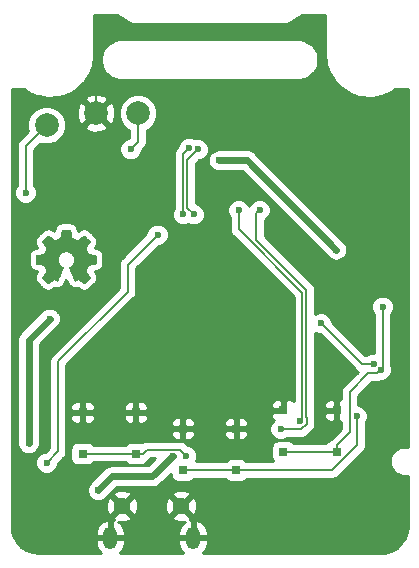
<source format=gbl>
G04 #@! TF.GenerationSoftware,KiCad,Pcbnew,5.0.2+dfsg1-1*
G04 #@! TF.CreationDate,2019-09-05T11:37:23+02:00*
G04 #@! TF.ProjectId,xling,786c696e-672e-46b6-9963-61645f706362,0.3*
G04 #@! TF.SameCoordinates,Original*
G04 #@! TF.FileFunction,Copper,L2,Bot*
G04 #@! TF.FilePolarity,Positive*
%FSLAX46Y46*%
G04 Gerber Fmt 4.6, Leading zero omitted, Abs format (unit mm)*
G04 Created by KiCad (PCBNEW 5.0.2+dfsg1-1) date Thu 05 Sep 2019 11:37:23 CEST*
%MOMM*%
%LPD*%
G01*
G04 APERTURE LIST*
G04 #@! TA.AperFunction,EtchedComponent*
%ADD10C,0.010000*%
G04 #@! TD*
G04 #@! TA.AperFunction,SMDPad,CuDef*
%ADD11R,0.800000X0.700000*%
G04 #@! TD*
G04 #@! TA.AperFunction,ComponentPad*
%ADD12O,1.200000X1.900000*%
G04 #@! TD*
G04 #@! TA.AperFunction,ComponentPad*
%ADD13C,1.450000*%
G04 #@! TD*
G04 #@! TA.AperFunction,BGAPad,CuDef*
%ADD14C,2.000000*%
G04 #@! TD*
G04 #@! TA.AperFunction,ViaPad*
%ADD15C,0.600000*%
G04 #@! TD*
G04 #@! TA.AperFunction,Conductor*
%ADD16C,0.600000*%
G04 #@! TD*
G04 #@! TA.AperFunction,Conductor*
%ADD17C,0.200000*%
G04 #@! TD*
G04 #@! TA.AperFunction,Conductor*
%ADD18C,0.250000*%
G04 #@! TD*
G04 #@! TA.AperFunction,Conductor*
%ADD19C,0.254000*%
G04 #@! TD*
G04 APERTURE END LIST*
D10*
G04 #@! TO.C,OH1*
G36*
X57454291Y-58267930D02*
X57385856Y-58268447D01*
X57324434Y-58269241D01*
X57271919Y-58270273D01*
X57230203Y-58271504D01*
X57201178Y-58272895D01*
X57186737Y-58274407D01*
X57185649Y-58274786D01*
X57181354Y-58284786D01*
X57174462Y-58310313D01*
X57165222Y-58350202D01*
X57153885Y-58403289D01*
X57140702Y-58468408D01*
X57125921Y-58544395D01*
X57112831Y-58613750D01*
X57099081Y-58686669D01*
X57085998Y-58754442D01*
X57073958Y-58815248D01*
X57063335Y-58867263D01*
X57054503Y-58908665D01*
X57047838Y-58937629D01*
X57043712Y-58952334D01*
X57042997Y-58953723D01*
X57032586Y-58959619D01*
X57009081Y-58970527D01*
X56974872Y-58985482D01*
X56932350Y-59003518D01*
X56883903Y-59023667D01*
X56831923Y-59044965D01*
X56778799Y-59066443D01*
X56726921Y-59087137D01*
X56678680Y-59106080D01*
X56636465Y-59122305D01*
X56602667Y-59134847D01*
X56579676Y-59142738D01*
X56569881Y-59145013D01*
X56569869Y-59145008D01*
X56561020Y-59139556D01*
X56539793Y-59125548D01*
X56507752Y-59104042D01*
X56466459Y-59076096D01*
X56417476Y-59042768D01*
X56362365Y-59005116D01*
X56302689Y-58964199D01*
X56288239Y-58954270D01*
X56227524Y-58912795D01*
X56170752Y-58874511D01*
X56119523Y-58840458D01*
X56075434Y-58811678D01*
X56040084Y-58789211D01*
X56015073Y-58774098D01*
X56001997Y-58767381D01*
X56000856Y-58767133D01*
X55991320Y-58772986D01*
X55971663Y-58789488D01*
X55943467Y-58815053D01*
X55908318Y-58848097D01*
X55867800Y-58887034D01*
X55823499Y-58930278D01*
X55776999Y-58976245D01*
X55729885Y-59023349D01*
X55683741Y-59070005D01*
X55640152Y-59114628D01*
X55600703Y-59155631D01*
X55566979Y-59191431D01*
X55540564Y-59220441D01*
X55523043Y-59241077D01*
X55516001Y-59251752D01*
X55515933Y-59252231D01*
X55520594Y-59262430D01*
X55533867Y-59284884D01*
X55554685Y-59317954D01*
X55581983Y-59359998D01*
X55614695Y-59409377D01*
X55651755Y-59464449D01*
X55692097Y-59523575D01*
X55694685Y-59527342D01*
X55735510Y-59586877D01*
X55773500Y-59642566D01*
X55807533Y-59692740D01*
X55836485Y-59735731D01*
X55859233Y-59769870D01*
X55874654Y-59793488D01*
X55881623Y-59804917D01*
X55881719Y-59805117D01*
X55883026Y-59812986D01*
X55881146Y-59826052D01*
X55875501Y-59845906D01*
X55865512Y-59874140D01*
X55850598Y-59912345D01*
X55830181Y-59962112D01*
X55803682Y-60025033D01*
X55789751Y-60057753D01*
X55762636Y-60120421D01*
X55737647Y-60176517D01*
X55715615Y-60224281D01*
X55697374Y-60261953D01*
X55683756Y-60287776D01*
X55675594Y-60299988D01*
X55674816Y-60300580D01*
X55663399Y-60303881D01*
X55637253Y-60309837D01*
X55598306Y-60318058D01*
X55548486Y-60328153D01*
X55489721Y-60339733D01*
X55423940Y-60352407D01*
X55353070Y-60365786D01*
X55345317Y-60367234D01*
X55264090Y-60382635D01*
X55192578Y-60396703D01*
X55132015Y-60409171D01*
X55083635Y-60419772D01*
X55048672Y-60428240D01*
X55028358Y-60434307D01*
X55023581Y-60436857D01*
X55022047Y-60447494D01*
X55020624Y-60473172D01*
X55019352Y-60511997D01*
X55018269Y-60562079D01*
X55017414Y-60621523D01*
X55016827Y-60688439D01*
X55016547Y-60760932D01*
X55016530Y-60779046D01*
X55016584Y-60864913D01*
X55016856Y-60935335D01*
X55017395Y-60991800D01*
X55018255Y-61035795D01*
X55019486Y-61068808D01*
X55021140Y-61092327D01*
X55023268Y-61107839D01*
X55025922Y-61116832D01*
X55028341Y-61120236D01*
X55039174Y-61123999D01*
X55064728Y-61130333D01*
X55103058Y-61138830D01*
X55152214Y-61149084D01*
X55210249Y-61160689D01*
X55275215Y-61173238D01*
X55343724Y-61186060D01*
X55420649Y-61200496D01*
X55489669Y-61213969D01*
X55549229Y-61226143D01*
X55597772Y-61236686D01*
X55633742Y-61245264D01*
X55655584Y-61251542D01*
X55661456Y-61254222D01*
X55668159Y-61264976D01*
X55679810Y-61288979D01*
X55695476Y-61323915D01*
X55714228Y-61367471D01*
X55735135Y-61417334D01*
X55757266Y-61471189D01*
X55779691Y-61526725D01*
X55801479Y-61581626D01*
X55821700Y-61633580D01*
X55839423Y-61680272D01*
X55853718Y-61719390D01*
X55863653Y-61748619D01*
X55868299Y-61765646D01*
X55868406Y-61768737D01*
X55862831Y-61777931D01*
X55848753Y-61799437D01*
X55827272Y-61831623D01*
X55799489Y-61872854D01*
X55766505Y-61921498D01*
X55729420Y-61975920D01*
X55690147Y-62033304D01*
X55650188Y-62091995D01*
X55613456Y-62146770D01*
X55581029Y-62195958D01*
X55553985Y-62237886D01*
X55533403Y-62270884D01*
X55520361Y-62293281D01*
X55515933Y-62303314D01*
X55521771Y-62312763D01*
X55538229Y-62332362D01*
X55563727Y-62360525D01*
X55596683Y-62395663D01*
X55635515Y-62436191D01*
X55678643Y-62480520D01*
X55724486Y-62527065D01*
X55771461Y-62574237D01*
X55817987Y-62620451D01*
X55862484Y-62664119D01*
X55903370Y-62703654D01*
X55939063Y-62737468D01*
X55967983Y-62763976D01*
X55988548Y-62781590D01*
X55999176Y-62788723D01*
X55999679Y-62788800D01*
X56009471Y-62784148D01*
X56031517Y-62770914D01*
X56064162Y-62750175D01*
X56105755Y-62723011D01*
X56154642Y-62690501D01*
X56209170Y-62653725D01*
X56265542Y-62615233D01*
X56324013Y-62575346D01*
X56378510Y-62538689D01*
X56427368Y-62506342D01*
X56468921Y-62479387D01*
X56501505Y-62458903D01*
X56523455Y-62445972D01*
X56532979Y-62441667D01*
X56545356Y-62445534D01*
X56569509Y-62456176D01*
X56602405Y-62472151D01*
X56641014Y-62492018D01*
X56658750Y-62501470D01*
X56701333Y-62523579D01*
X56738477Y-62541292D01*
X56767380Y-62553370D01*
X56785239Y-62558574D01*
X56787961Y-62558620D01*
X56792274Y-62556295D01*
X56797875Y-62549754D01*
X56805222Y-62537968D01*
X56814770Y-62519912D01*
X56826976Y-62494557D01*
X56842299Y-62460876D01*
X56861193Y-62417842D01*
X56884117Y-62364429D01*
X56911527Y-62299608D01*
X56943880Y-62222353D01*
X56981632Y-62131637D01*
X57025242Y-62026433D01*
X57032899Y-62007932D01*
X57070571Y-61916547D01*
X57106147Y-61829571D01*
X57139119Y-61748292D01*
X57168977Y-61673997D01*
X57195212Y-61607977D01*
X57217313Y-61551517D01*
X57234772Y-61505906D01*
X57247080Y-61472433D01*
X57253726Y-61452386D01*
X57254732Y-61447016D01*
X57246085Y-61437162D01*
X57226461Y-61420379D01*
X57198943Y-61399171D01*
X57172378Y-61380049D01*
X57102120Y-61328285D01*
X57044745Y-61279385D01*
X56997328Y-61230138D01*
X56956946Y-61177329D01*
X56920675Y-61117745D01*
X56902894Y-61083864D01*
X56863073Y-60986481D01*
X56839206Y-60885931D01*
X56831034Y-60783922D01*
X56838295Y-60682164D01*
X56860728Y-60582366D01*
X56898073Y-60486237D01*
X56950068Y-60395485D01*
X57016454Y-60311821D01*
X57021559Y-60306353D01*
X57100970Y-60233723D01*
X57189653Y-60174703D01*
X57288743Y-60128592D01*
X57336565Y-60112012D01*
X57364444Y-60103958D01*
X57390724Y-60098387D01*
X57419576Y-60094865D01*
X57455170Y-60092956D01*
X57501677Y-60092226D01*
X57526767Y-60092167D01*
X57579474Y-60092517D01*
X57619440Y-60093860D01*
X57650845Y-60096630D01*
X57677872Y-60101263D01*
X57704703Y-60108194D01*
X57717267Y-60112004D01*
X57820590Y-60152676D01*
X57914398Y-60206817D01*
X57997717Y-60273606D01*
X58069575Y-60352223D01*
X58128998Y-60441846D01*
X58145452Y-60473167D01*
X58179739Y-60551262D01*
X58202276Y-60625211D01*
X58214567Y-60701406D01*
X58218121Y-60782200D01*
X58210023Y-60890649D01*
X58186013Y-60994109D01*
X58146520Y-61091517D01*
X58091973Y-61181813D01*
X58024407Y-61262292D01*
X57994099Y-61290618D01*
X57954729Y-61323653D01*
X57911419Y-61357421D01*
X57869294Y-61387947D01*
X57833476Y-61411257D01*
X57829102Y-61413806D01*
X57809613Y-61428642D01*
X57797880Y-61444440D01*
X57797125Y-61446748D01*
X57799546Y-61457870D01*
X57808265Y-61483722D01*
X57822946Y-61523452D01*
X57843254Y-61576211D01*
X57868854Y-61641145D01*
X57899411Y-61717406D01*
X57934590Y-61804142D01*
X57974055Y-61900502D01*
X58013120Y-61995132D01*
X58050500Y-62085302D01*
X58086143Y-62171144D01*
X58119495Y-62251332D01*
X58150001Y-62324542D01*
X58177109Y-62389448D01*
X58200263Y-62444723D01*
X58218910Y-62489043D01*
X58232497Y-62521083D01*
X58240468Y-62539516D01*
X58242244Y-62543349D01*
X58255966Y-62556861D01*
X58267315Y-62560200D01*
X58280169Y-62556324D01*
X58304758Y-62545659D01*
X58338017Y-62529646D01*
X58376882Y-62509728D01*
X58394929Y-62500121D01*
X58444610Y-62474320D01*
X58483806Y-62455983D01*
X58511207Y-62445679D01*
X58524629Y-62443729D01*
X58536533Y-62449449D01*
X58560103Y-62463500D01*
X58593152Y-62484477D01*
X58633490Y-62510974D01*
X58678931Y-62541586D01*
X58707867Y-62561435D01*
X58786062Y-62615371D01*
X58851529Y-62660359D01*
X58905413Y-62697154D01*
X58948865Y-62726510D01*
X58983031Y-62749182D01*
X59009061Y-62765926D01*
X59028102Y-62777496D01*
X59041302Y-62784647D01*
X59049809Y-62788134D01*
X59053687Y-62788800D01*
X59062465Y-62782999D01*
X59081774Y-62766463D01*
X59110233Y-62740495D01*
X59146464Y-62706396D01*
X59189086Y-62665467D01*
X59236720Y-62619011D01*
X59287984Y-62568329D01*
X59298115Y-62558236D01*
X59349773Y-62506450D01*
X59397649Y-62457971D01*
X59440405Y-62414187D01*
X59476705Y-62376491D01*
X59505212Y-62346272D01*
X59524588Y-62324920D01*
X59533498Y-62313827D01*
X59533889Y-62313022D01*
X59535388Y-62308060D01*
X59535912Y-62302989D01*
X59534608Y-62296434D01*
X59530623Y-62287021D01*
X59523105Y-62273375D01*
X59511200Y-62254121D01*
X59494058Y-62227885D01*
X59470824Y-62193292D01*
X59440647Y-62148967D01*
X59402673Y-62093535D01*
X59356051Y-62025623D01*
X59351807Y-62019443D01*
X59312397Y-61961709D01*
X59276224Y-61908064D01*
X59244377Y-61860177D01*
X59217947Y-61819714D01*
X59198024Y-61788343D01*
X59185698Y-61767730D01*
X59182000Y-61759783D01*
X59185048Y-61749118D01*
X59193683Y-61724760D01*
X59207142Y-61688711D01*
X59224662Y-61642975D01*
X59245480Y-61589556D01*
X59268832Y-61530457D01*
X59280509Y-61501179D01*
X59310071Y-61427857D01*
X59334324Y-61369085D01*
X59353873Y-61323545D01*
X59369323Y-61289920D01*
X59381278Y-61266891D01*
X59390342Y-61253142D01*
X59396926Y-61247432D01*
X59409191Y-61244202D01*
X59436106Y-61238349D01*
X59475662Y-61230271D01*
X59525847Y-61220366D01*
X59584651Y-61209030D01*
X59650062Y-61196662D01*
X59714465Y-61184690D01*
X59783865Y-61171694D01*
X59848217Y-61159258D01*
X59905565Y-61147789D01*
X59953950Y-61137696D01*
X59991415Y-61129387D01*
X60016002Y-61123268D01*
X60025615Y-61119886D01*
X60028611Y-61114601D01*
X60031064Y-61103235D01*
X60033024Y-61084352D01*
X60034538Y-61056515D01*
X60035655Y-61018286D01*
X60036423Y-60968227D01*
X60036890Y-60904902D01*
X60037105Y-60826873D01*
X60037133Y-60777125D01*
X60037133Y-60443924D01*
X60018083Y-60432171D01*
X60005604Y-60428001D01*
X59978439Y-60421287D01*
X59938574Y-60412444D01*
X59887996Y-60401887D01*
X59828693Y-60390029D01*
X59762651Y-60377286D01*
X59691857Y-60364071D01*
X59690000Y-60363731D01*
X59619540Y-60350584D01*
X59554153Y-60337957D01*
X59495758Y-60326254D01*
X59446273Y-60315877D01*
X59407616Y-60307228D01*
X59381706Y-60300711D01*
X59370461Y-60296729D01*
X59370325Y-60296611D01*
X59364183Y-60286169D01*
X59352630Y-60262511D01*
X59336704Y-60228048D01*
X59317443Y-60185188D01*
X59295882Y-60136344D01*
X59273060Y-60083923D01*
X59250014Y-60030337D01*
X59227781Y-59977996D01*
X59207397Y-59929309D01*
X59189900Y-59886686D01*
X59176328Y-59852539D01*
X59167717Y-59829275D01*
X59165067Y-59819657D01*
X59169721Y-59809959D01*
X59182982Y-59787954D01*
X59203800Y-59755249D01*
X59231126Y-59713445D01*
X59263910Y-59664148D01*
X59301100Y-59608961D01*
X59341648Y-59549489D01*
X59348096Y-59540092D01*
X59389253Y-59479897D01*
X59427408Y-59423584D01*
X59461477Y-59372790D01*
X59490380Y-59329148D01*
X59513035Y-59294293D01*
X59528361Y-59269860D01*
X59535276Y-59257484D01*
X59535511Y-59256808D01*
X59534243Y-59249966D01*
X59527309Y-59238447D01*
X59513804Y-59221259D01*
X59492824Y-59197415D01*
X59463465Y-59165924D01*
X59424820Y-59125797D01*
X59375986Y-59076044D01*
X59316059Y-59015676D01*
X59304001Y-59003583D01*
X59243970Y-58943815D01*
X59190406Y-58891298D01*
X59144219Y-58846886D01*
X59106323Y-58811436D01*
X59077627Y-58785803D01*
X59059043Y-58770843D01*
X59052124Y-58767133D01*
X59041733Y-58771788D01*
X59019072Y-58785046D01*
X58985777Y-58805851D01*
X58943485Y-58833145D01*
X58893833Y-58865871D01*
X58838456Y-58902970D01*
X58778991Y-58943386D01*
X58772523Y-58947816D01*
X58712499Y-58988881D01*
X58656296Y-59027191D01*
X58605578Y-59061622D01*
X58562008Y-59091050D01*
X58527252Y-59114352D01*
X58502974Y-59130402D01*
X58490839Y-59138078D01*
X58490413Y-59138312D01*
X58482991Y-59140569D01*
X58472101Y-59140241D01*
X58455901Y-59136719D01*
X58432553Y-59129391D01*
X58400214Y-59117646D01*
X58357045Y-59100873D01*
X58301205Y-59078463D01*
X58261813Y-59062448D01*
X58192056Y-59033969D01*
X58136353Y-59011072D01*
X58093066Y-58992970D01*
X58060560Y-58978877D01*
X58037197Y-58968005D01*
X58021341Y-58959567D01*
X58011357Y-58952777D01*
X58005606Y-58946847D01*
X58002453Y-58940990D01*
X58001091Y-58937068D01*
X57998400Y-58925227D01*
X57993011Y-58898676D01*
X57985299Y-58859358D01*
X57975639Y-58809215D01*
X57964403Y-58750190D01*
X57951966Y-58684225D01*
X57938702Y-58613264D01*
X57937341Y-58605948D01*
X57923913Y-58534802D01*
X57911053Y-58468665D01*
X57899160Y-58409444D01*
X57888633Y-58359047D01*
X57879873Y-58319380D01*
X57873278Y-58292354D01*
X57869249Y-58279874D01*
X57868980Y-58279472D01*
X57863930Y-58276395D01*
X57853395Y-58273881D01*
X57835894Y-58271878D01*
X57809945Y-58270336D01*
X57774067Y-58269203D01*
X57726780Y-58268428D01*
X57666601Y-58267961D01*
X57592050Y-58267751D01*
X57527847Y-58267729D01*
X57454291Y-58267930D01*
X57454291Y-58267930D01*
G37*
X57454291Y-58267930D02*
X57385856Y-58268447D01*
X57324434Y-58269241D01*
X57271919Y-58270273D01*
X57230203Y-58271504D01*
X57201178Y-58272895D01*
X57186737Y-58274407D01*
X57185649Y-58274786D01*
X57181354Y-58284786D01*
X57174462Y-58310313D01*
X57165222Y-58350202D01*
X57153885Y-58403289D01*
X57140702Y-58468408D01*
X57125921Y-58544395D01*
X57112831Y-58613750D01*
X57099081Y-58686669D01*
X57085998Y-58754442D01*
X57073958Y-58815248D01*
X57063335Y-58867263D01*
X57054503Y-58908665D01*
X57047838Y-58937629D01*
X57043712Y-58952334D01*
X57042997Y-58953723D01*
X57032586Y-58959619D01*
X57009081Y-58970527D01*
X56974872Y-58985482D01*
X56932350Y-59003518D01*
X56883903Y-59023667D01*
X56831923Y-59044965D01*
X56778799Y-59066443D01*
X56726921Y-59087137D01*
X56678680Y-59106080D01*
X56636465Y-59122305D01*
X56602667Y-59134847D01*
X56579676Y-59142738D01*
X56569881Y-59145013D01*
X56569869Y-59145008D01*
X56561020Y-59139556D01*
X56539793Y-59125548D01*
X56507752Y-59104042D01*
X56466459Y-59076096D01*
X56417476Y-59042768D01*
X56362365Y-59005116D01*
X56302689Y-58964199D01*
X56288239Y-58954270D01*
X56227524Y-58912795D01*
X56170752Y-58874511D01*
X56119523Y-58840458D01*
X56075434Y-58811678D01*
X56040084Y-58789211D01*
X56015073Y-58774098D01*
X56001997Y-58767381D01*
X56000856Y-58767133D01*
X55991320Y-58772986D01*
X55971663Y-58789488D01*
X55943467Y-58815053D01*
X55908318Y-58848097D01*
X55867800Y-58887034D01*
X55823499Y-58930278D01*
X55776999Y-58976245D01*
X55729885Y-59023349D01*
X55683741Y-59070005D01*
X55640152Y-59114628D01*
X55600703Y-59155631D01*
X55566979Y-59191431D01*
X55540564Y-59220441D01*
X55523043Y-59241077D01*
X55516001Y-59251752D01*
X55515933Y-59252231D01*
X55520594Y-59262430D01*
X55533867Y-59284884D01*
X55554685Y-59317954D01*
X55581983Y-59359998D01*
X55614695Y-59409377D01*
X55651755Y-59464449D01*
X55692097Y-59523575D01*
X55694685Y-59527342D01*
X55735510Y-59586877D01*
X55773500Y-59642566D01*
X55807533Y-59692740D01*
X55836485Y-59735731D01*
X55859233Y-59769870D01*
X55874654Y-59793488D01*
X55881623Y-59804917D01*
X55881719Y-59805117D01*
X55883026Y-59812986D01*
X55881146Y-59826052D01*
X55875501Y-59845906D01*
X55865512Y-59874140D01*
X55850598Y-59912345D01*
X55830181Y-59962112D01*
X55803682Y-60025033D01*
X55789751Y-60057753D01*
X55762636Y-60120421D01*
X55737647Y-60176517D01*
X55715615Y-60224281D01*
X55697374Y-60261953D01*
X55683756Y-60287776D01*
X55675594Y-60299988D01*
X55674816Y-60300580D01*
X55663399Y-60303881D01*
X55637253Y-60309837D01*
X55598306Y-60318058D01*
X55548486Y-60328153D01*
X55489721Y-60339733D01*
X55423940Y-60352407D01*
X55353070Y-60365786D01*
X55345317Y-60367234D01*
X55264090Y-60382635D01*
X55192578Y-60396703D01*
X55132015Y-60409171D01*
X55083635Y-60419772D01*
X55048672Y-60428240D01*
X55028358Y-60434307D01*
X55023581Y-60436857D01*
X55022047Y-60447494D01*
X55020624Y-60473172D01*
X55019352Y-60511997D01*
X55018269Y-60562079D01*
X55017414Y-60621523D01*
X55016827Y-60688439D01*
X55016547Y-60760932D01*
X55016530Y-60779046D01*
X55016584Y-60864913D01*
X55016856Y-60935335D01*
X55017395Y-60991800D01*
X55018255Y-61035795D01*
X55019486Y-61068808D01*
X55021140Y-61092327D01*
X55023268Y-61107839D01*
X55025922Y-61116832D01*
X55028341Y-61120236D01*
X55039174Y-61123999D01*
X55064728Y-61130333D01*
X55103058Y-61138830D01*
X55152214Y-61149084D01*
X55210249Y-61160689D01*
X55275215Y-61173238D01*
X55343724Y-61186060D01*
X55420649Y-61200496D01*
X55489669Y-61213969D01*
X55549229Y-61226143D01*
X55597772Y-61236686D01*
X55633742Y-61245264D01*
X55655584Y-61251542D01*
X55661456Y-61254222D01*
X55668159Y-61264976D01*
X55679810Y-61288979D01*
X55695476Y-61323915D01*
X55714228Y-61367471D01*
X55735135Y-61417334D01*
X55757266Y-61471189D01*
X55779691Y-61526725D01*
X55801479Y-61581626D01*
X55821700Y-61633580D01*
X55839423Y-61680272D01*
X55853718Y-61719390D01*
X55863653Y-61748619D01*
X55868299Y-61765646D01*
X55868406Y-61768737D01*
X55862831Y-61777931D01*
X55848753Y-61799437D01*
X55827272Y-61831623D01*
X55799489Y-61872854D01*
X55766505Y-61921498D01*
X55729420Y-61975920D01*
X55690147Y-62033304D01*
X55650188Y-62091995D01*
X55613456Y-62146770D01*
X55581029Y-62195958D01*
X55553985Y-62237886D01*
X55533403Y-62270884D01*
X55520361Y-62293281D01*
X55515933Y-62303314D01*
X55521771Y-62312763D01*
X55538229Y-62332362D01*
X55563727Y-62360525D01*
X55596683Y-62395663D01*
X55635515Y-62436191D01*
X55678643Y-62480520D01*
X55724486Y-62527065D01*
X55771461Y-62574237D01*
X55817987Y-62620451D01*
X55862484Y-62664119D01*
X55903370Y-62703654D01*
X55939063Y-62737468D01*
X55967983Y-62763976D01*
X55988548Y-62781590D01*
X55999176Y-62788723D01*
X55999679Y-62788800D01*
X56009471Y-62784148D01*
X56031517Y-62770914D01*
X56064162Y-62750175D01*
X56105755Y-62723011D01*
X56154642Y-62690501D01*
X56209170Y-62653725D01*
X56265542Y-62615233D01*
X56324013Y-62575346D01*
X56378510Y-62538689D01*
X56427368Y-62506342D01*
X56468921Y-62479387D01*
X56501505Y-62458903D01*
X56523455Y-62445972D01*
X56532979Y-62441667D01*
X56545356Y-62445534D01*
X56569509Y-62456176D01*
X56602405Y-62472151D01*
X56641014Y-62492018D01*
X56658750Y-62501470D01*
X56701333Y-62523579D01*
X56738477Y-62541292D01*
X56767380Y-62553370D01*
X56785239Y-62558574D01*
X56787961Y-62558620D01*
X56792274Y-62556295D01*
X56797875Y-62549754D01*
X56805222Y-62537968D01*
X56814770Y-62519912D01*
X56826976Y-62494557D01*
X56842299Y-62460876D01*
X56861193Y-62417842D01*
X56884117Y-62364429D01*
X56911527Y-62299608D01*
X56943880Y-62222353D01*
X56981632Y-62131637D01*
X57025242Y-62026433D01*
X57032899Y-62007932D01*
X57070571Y-61916547D01*
X57106147Y-61829571D01*
X57139119Y-61748292D01*
X57168977Y-61673997D01*
X57195212Y-61607977D01*
X57217313Y-61551517D01*
X57234772Y-61505906D01*
X57247080Y-61472433D01*
X57253726Y-61452386D01*
X57254732Y-61447016D01*
X57246085Y-61437162D01*
X57226461Y-61420379D01*
X57198943Y-61399171D01*
X57172378Y-61380049D01*
X57102120Y-61328285D01*
X57044745Y-61279385D01*
X56997328Y-61230138D01*
X56956946Y-61177329D01*
X56920675Y-61117745D01*
X56902894Y-61083864D01*
X56863073Y-60986481D01*
X56839206Y-60885931D01*
X56831034Y-60783922D01*
X56838295Y-60682164D01*
X56860728Y-60582366D01*
X56898073Y-60486237D01*
X56950068Y-60395485D01*
X57016454Y-60311821D01*
X57021559Y-60306353D01*
X57100970Y-60233723D01*
X57189653Y-60174703D01*
X57288743Y-60128592D01*
X57336565Y-60112012D01*
X57364444Y-60103958D01*
X57390724Y-60098387D01*
X57419576Y-60094865D01*
X57455170Y-60092956D01*
X57501677Y-60092226D01*
X57526767Y-60092167D01*
X57579474Y-60092517D01*
X57619440Y-60093860D01*
X57650845Y-60096630D01*
X57677872Y-60101263D01*
X57704703Y-60108194D01*
X57717267Y-60112004D01*
X57820590Y-60152676D01*
X57914398Y-60206817D01*
X57997717Y-60273606D01*
X58069575Y-60352223D01*
X58128998Y-60441846D01*
X58145452Y-60473167D01*
X58179739Y-60551262D01*
X58202276Y-60625211D01*
X58214567Y-60701406D01*
X58218121Y-60782200D01*
X58210023Y-60890649D01*
X58186013Y-60994109D01*
X58146520Y-61091517D01*
X58091973Y-61181813D01*
X58024407Y-61262292D01*
X57994099Y-61290618D01*
X57954729Y-61323653D01*
X57911419Y-61357421D01*
X57869294Y-61387947D01*
X57833476Y-61411257D01*
X57829102Y-61413806D01*
X57809613Y-61428642D01*
X57797880Y-61444440D01*
X57797125Y-61446748D01*
X57799546Y-61457870D01*
X57808265Y-61483722D01*
X57822946Y-61523452D01*
X57843254Y-61576211D01*
X57868854Y-61641145D01*
X57899411Y-61717406D01*
X57934590Y-61804142D01*
X57974055Y-61900502D01*
X58013120Y-61995132D01*
X58050500Y-62085302D01*
X58086143Y-62171144D01*
X58119495Y-62251332D01*
X58150001Y-62324542D01*
X58177109Y-62389448D01*
X58200263Y-62444723D01*
X58218910Y-62489043D01*
X58232497Y-62521083D01*
X58240468Y-62539516D01*
X58242244Y-62543349D01*
X58255966Y-62556861D01*
X58267315Y-62560200D01*
X58280169Y-62556324D01*
X58304758Y-62545659D01*
X58338017Y-62529646D01*
X58376882Y-62509728D01*
X58394929Y-62500121D01*
X58444610Y-62474320D01*
X58483806Y-62455983D01*
X58511207Y-62445679D01*
X58524629Y-62443729D01*
X58536533Y-62449449D01*
X58560103Y-62463500D01*
X58593152Y-62484477D01*
X58633490Y-62510974D01*
X58678931Y-62541586D01*
X58707867Y-62561435D01*
X58786062Y-62615371D01*
X58851529Y-62660359D01*
X58905413Y-62697154D01*
X58948865Y-62726510D01*
X58983031Y-62749182D01*
X59009061Y-62765926D01*
X59028102Y-62777496D01*
X59041302Y-62784647D01*
X59049809Y-62788134D01*
X59053687Y-62788800D01*
X59062465Y-62782999D01*
X59081774Y-62766463D01*
X59110233Y-62740495D01*
X59146464Y-62706396D01*
X59189086Y-62665467D01*
X59236720Y-62619011D01*
X59287984Y-62568329D01*
X59298115Y-62558236D01*
X59349773Y-62506450D01*
X59397649Y-62457971D01*
X59440405Y-62414187D01*
X59476705Y-62376491D01*
X59505212Y-62346272D01*
X59524588Y-62324920D01*
X59533498Y-62313827D01*
X59533889Y-62313022D01*
X59535388Y-62308060D01*
X59535912Y-62302989D01*
X59534608Y-62296434D01*
X59530623Y-62287021D01*
X59523105Y-62273375D01*
X59511200Y-62254121D01*
X59494058Y-62227885D01*
X59470824Y-62193292D01*
X59440647Y-62148967D01*
X59402673Y-62093535D01*
X59356051Y-62025623D01*
X59351807Y-62019443D01*
X59312397Y-61961709D01*
X59276224Y-61908064D01*
X59244377Y-61860177D01*
X59217947Y-61819714D01*
X59198024Y-61788343D01*
X59185698Y-61767730D01*
X59182000Y-61759783D01*
X59185048Y-61749118D01*
X59193683Y-61724760D01*
X59207142Y-61688711D01*
X59224662Y-61642975D01*
X59245480Y-61589556D01*
X59268832Y-61530457D01*
X59280509Y-61501179D01*
X59310071Y-61427857D01*
X59334324Y-61369085D01*
X59353873Y-61323545D01*
X59369323Y-61289920D01*
X59381278Y-61266891D01*
X59390342Y-61253142D01*
X59396926Y-61247432D01*
X59409191Y-61244202D01*
X59436106Y-61238349D01*
X59475662Y-61230271D01*
X59525847Y-61220366D01*
X59584651Y-61209030D01*
X59650062Y-61196662D01*
X59714465Y-61184690D01*
X59783865Y-61171694D01*
X59848217Y-61159258D01*
X59905565Y-61147789D01*
X59953950Y-61137696D01*
X59991415Y-61129387D01*
X60016002Y-61123268D01*
X60025615Y-61119886D01*
X60028611Y-61114601D01*
X60031064Y-61103235D01*
X60033024Y-61084352D01*
X60034538Y-61056515D01*
X60035655Y-61018286D01*
X60036423Y-60968227D01*
X60036890Y-60904902D01*
X60037105Y-60826873D01*
X60037133Y-60777125D01*
X60037133Y-60443924D01*
X60018083Y-60432171D01*
X60005604Y-60428001D01*
X59978439Y-60421287D01*
X59938574Y-60412444D01*
X59887996Y-60401887D01*
X59828693Y-60390029D01*
X59762651Y-60377286D01*
X59691857Y-60364071D01*
X59690000Y-60363731D01*
X59619540Y-60350584D01*
X59554153Y-60337957D01*
X59495758Y-60326254D01*
X59446273Y-60315877D01*
X59407616Y-60307228D01*
X59381706Y-60300711D01*
X59370461Y-60296729D01*
X59370325Y-60296611D01*
X59364183Y-60286169D01*
X59352630Y-60262511D01*
X59336704Y-60228048D01*
X59317443Y-60185188D01*
X59295882Y-60136344D01*
X59273060Y-60083923D01*
X59250014Y-60030337D01*
X59227781Y-59977996D01*
X59207397Y-59929309D01*
X59189900Y-59886686D01*
X59176328Y-59852539D01*
X59167717Y-59829275D01*
X59165067Y-59819657D01*
X59169721Y-59809959D01*
X59182982Y-59787954D01*
X59203800Y-59755249D01*
X59231126Y-59713445D01*
X59263910Y-59664148D01*
X59301100Y-59608961D01*
X59341648Y-59549489D01*
X59348096Y-59540092D01*
X59389253Y-59479897D01*
X59427408Y-59423584D01*
X59461477Y-59372790D01*
X59490380Y-59329148D01*
X59513035Y-59294293D01*
X59528361Y-59269860D01*
X59535276Y-59257484D01*
X59535511Y-59256808D01*
X59534243Y-59249966D01*
X59527309Y-59238447D01*
X59513804Y-59221259D01*
X59492824Y-59197415D01*
X59463465Y-59165924D01*
X59424820Y-59125797D01*
X59375986Y-59076044D01*
X59316059Y-59015676D01*
X59304001Y-59003583D01*
X59243970Y-58943815D01*
X59190406Y-58891298D01*
X59144219Y-58846886D01*
X59106323Y-58811436D01*
X59077627Y-58785803D01*
X59059043Y-58770843D01*
X59052124Y-58767133D01*
X59041733Y-58771788D01*
X59019072Y-58785046D01*
X58985777Y-58805851D01*
X58943485Y-58833145D01*
X58893833Y-58865871D01*
X58838456Y-58902970D01*
X58778991Y-58943386D01*
X58772523Y-58947816D01*
X58712499Y-58988881D01*
X58656296Y-59027191D01*
X58605578Y-59061622D01*
X58562008Y-59091050D01*
X58527252Y-59114352D01*
X58502974Y-59130402D01*
X58490839Y-59138078D01*
X58490413Y-59138312D01*
X58482991Y-59140569D01*
X58472101Y-59140241D01*
X58455901Y-59136719D01*
X58432553Y-59129391D01*
X58400214Y-59117646D01*
X58357045Y-59100873D01*
X58301205Y-59078463D01*
X58261813Y-59062448D01*
X58192056Y-59033969D01*
X58136353Y-59011072D01*
X58093066Y-58992970D01*
X58060560Y-58978877D01*
X58037197Y-58968005D01*
X58021341Y-58959567D01*
X58011357Y-58952777D01*
X58005606Y-58946847D01*
X58002453Y-58940990D01*
X58001091Y-58937068D01*
X57998400Y-58925227D01*
X57993011Y-58898676D01*
X57985299Y-58859358D01*
X57975639Y-58809215D01*
X57964403Y-58750190D01*
X57951966Y-58684225D01*
X57938702Y-58613264D01*
X57937341Y-58605948D01*
X57923913Y-58534802D01*
X57911053Y-58468665D01*
X57899160Y-58409444D01*
X57888633Y-58359047D01*
X57879873Y-58319380D01*
X57873278Y-58292354D01*
X57869249Y-58279874D01*
X57868980Y-58279472D01*
X57863930Y-58276395D01*
X57853395Y-58273881D01*
X57835894Y-58271878D01*
X57809945Y-58270336D01*
X57774067Y-58269203D01*
X57726780Y-58268428D01*
X57666601Y-58267961D01*
X57592050Y-58267751D01*
X57527847Y-58267729D01*
X57454291Y-58267930D01*
G04 #@! TD*
D11*
G04 #@! TO.P,SW1,2*
G04 #@! TO.N,GND*
X80432000Y-73560000D03*
X75932000Y-73560000D03*
G04 #@! TO.P,SW1,1*
G04 #@! TO.N,Net-(R5-Pad1)*
X80432000Y-77060000D03*
X75932000Y-77060000D03*
G04 #@! TD*
G04 #@! TO.P,SW2,2*
G04 #@! TO.N,GND*
X71932000Y-75110000D03*
X67432000Y-75110000D03*
G04 #@! TO.P,SW2,1*
G04 #@! TO.N,Net-(R6-Pad1)*
X71932000Y-78610000D03*
X67432000Y-78610000D03*
G04 #@! TD*
G04 #@! TO.P,SW3,2*
G04 #@! TO.N,GND*
X63432000Y-73710000D03*
X58932000Y-73710000D03*
G04 #@! TO.P,SW3,1*
G04 #@! TO.N,Net-(R10-Pad2)*
X63432000Y-77210000D03*
X58932000Y-77210000D03*
G04 #@! TD*
D12*
G04 #@! TO.P,J2,6*
G04 #@! TO.N,GND*
X68282000Y-84347500D03*
X61282000Y-84347500D03*
D13*
X67282000Y-81647500D03*
X62282000Y-81647500D03*
G04 #@! TD*
D14*
G04 #@! TO.P,TP1,1*
G04 #@! TO.N,+3V3*
X63627000Y-48387000D03*
G04 #@! TD*
G04 #@! TO.P,TP2,1*
G04 #@! TO.N,/BAT*
X55880000Y-49403000D03*
G04 #@! TD*
G04 #@! TO.P,TP5,1*
G04 #@! TO.N,GND*
X60071000Y-48387000D03*
G04 #@! TD*
D15*
G04 #@! TO.N,+3V3*
X70485000Y-52387500D03*
X60248800Y-80314800D03*
X66548000Y-77419200D03*
X62992000Y-51435000D03*
X80391000Y-59944000D03*
G04 #@! TO.N,GND*
X70485000Y-63119000D03*
X75057000Y-62420500D03*
X76517500Y-68262500D03*
X70929500Y-69151500D03*
X78359000Y-40259000D03*
X69900800Y-73355200D03*
X53086000Y-57150000D03*
X53086000Y-62230000D03*
X53086000Y-67310000D03*
X53086000Y-72390000D03*
X53086000Y-77470000D03*
X53086000Y-82550000D03*
X57277000Y-85344000D03*
X53086000Y-52070000D03*
X53086000Y-46609000D03*
X59436000Y-45593000D03*
X60833000Y-40259000D03*
X80111600Y-45872400D03*
X86207600Y-46634400D03*
X72644000Y-41021000D03*
X66675000Y-41021000D03*
X86233000Y-50800000D03*
X86233000Y-66040000D03*
X86233000Y-71120000D03*
X86233000Y-76200000D03*
X86233000Y-80010000D03*
X72390000Y-85344000D03*
X66192400Y-79857600D03*
X65341500Y-69532500D03*
X81534000Y-65913000D03*
X73914000Y-75133200D03*
X85217000Y-85090000D03*
X86233000Y-60960000D03*
X86233000Y-55880000D03*
X81788000Y-61595000D03*
X63119000Y-55245000D03*
X63119000Y-57404000D03*
X63754000Y-64516000D03*
X60198000Y-68834000D03*
G04 #@! TO.N,Net-(R6-Pad1)*
X82169000Y-74041000D03*
G04 #@! TO.N,Net-(L2-Pad1)*
X56134000Y-65786000D03*
X54356000Y-76327000D03*
G04 #@! TO.N,Net-(R5-Pad1)*
X84328000Y-64770000D03*
X84201000Y-70104000D03*
G04 #@! TO.N,Net-(R10-Pad2)*
X67716400Y-77419200D03*
G04 #@! TO.N,Net-(C1-Pad1)*
X65278000Y-58674000D03*
X55880000Y-77978000D03*
G04 #@! TO.N,BTN2*
X79121000Y-66167000D03*
X83566000Y-69596000D03*
G04 #@! TO.N,MOSI*
X73914000Y-56578500D03*
X75692000Y-75120500D03*
G04 #@! TO.N,SCK*
X72136000Y-56578500D03*
X77343000Y-74422000D03*
G04 #@! TO.N,OLED_RST*
X68326000Y-56959500D03*
X68680437Y-51455087D03*
G04 #@! TO.N,OLED_CS*
X67437000Y-56959500D03*
X67945000Y-51308000D03*
G04 #@! TO.N,/BAT*
X54102000Y-55118000D03*
G04 #@! TD*
D16*
G04 #@! TO.N,+3V3*
X61417200Y-79146400D02*
X60248800Y-80314800D01*
X66548000Y-77419200D02*
X64820800Y-79146400D01*
X64820800Y-79146400D02*
X61417200Y-79146400D01*
X72834500Y-52387500D02*
X80391000Y-59944000D01*
X70485000Y-52387500D02*
X72834500Y-52387500D01*
D17*
X63627000Y-50800000D02*
X62992000Y-51435000D01*
X63627000Y-48387000D02*
X63627000Y-50800000D01*
D18*
G04 #@! TO.N,GND*
X58882000Y-73710000D02*
X58932000Y-73710000D01*
D17*
X60071000Y-46228000D02*
X59436000Y-45593000D01*
X60071000Y-48387000D02*
X60071000Y-46228000D01*
G04 #@! TO.N,Net-(R6-Pad1)*
X68032000Y-78610000D02*
X71932000Y-78610000D01*
X67432000Y-78610000D02*
X68032000Y-78610000D01*
X82169000Y-76523002D02*
X80079002Y-78613000D01*
X82169000Y-74041000D02*
X82169000Y-76523002D01*
X80076002Y-78610000D02*
X71932000Y-78610000D01*
X80079002Y-78613000D02*
X80076002Y-78610000D01*
D16*
G04 #@! TO.N,Net-(L2-Pad1)*
X54356000Y-67564000D02*
X54356000Y-76327000D01*
X56134000Y-65786000D02*
X54356000Y-67564000D01*
D17*
G04 #@! TO.N,Net-(R5-Pad1)*
X75932000Y-77060000D02*
X80432000Y-77060000D01*
X80432000Y-77060000D02*
X80482000Y-77060000D01*
X80432000Y-76510000D02*
X80432000Y-77060000D01*
X81534000Y-75408000D02*
X80432000Y-76510000D01*
X81534000Y-72009000D02*
X81534000Y-75408000D01*
X84328000Y-64770000D02*
X84328000Y-69977000D01*
X84328000Y-69977000D02*
X84201000Y-70104000D01*
X83139001Y-70403999D02*
X81534000Y-72009000D01*
X83901001Y-70403999D02*
X83139001Y-70403999D01*
X84201000Y-70104000D02*
X83901001Y-70403999D01*
G04 #@! TO.N,Net-(R10-Pad2)*
X59532000Y-77210000D02*
X63432000Y-77210000D01*
X58932000Y-77210000D02*
X59532000Y-77210000D01*
X64032000Y-77210000D02*
X63432000Y-77210000D01*
X64372801Y-76869199D02*
X64032000Y-77210000D01*
X67166399Y-76869199D02*
X64372801Y-76869199D01*
X67716400Y-77419200D02*
X67166399Y-76869199D01*
G04 #@! TO.N,Net-(C1-Pad1)*
X62738000Y-63500000D02*
X62738000Y-61214000D01*
X62738000Y-61214000D02*
X65278000Y-58674000D01*
X56832500Y-69405500D02*
X62738000Y-63500000D01*
X55880000Y-77978000D02*
X56832500Y-77025500D01*
X56832500Y-77025500D02*
X56832500Y-69405500D01*
G04 #@! TO.N,BTN2*
X82550000Y-69596000D02*
X79121000Y-66167000D01*
X83566000Y-69596000D02*
X82550000Y-69596000D01*
G04 #@! TO.N,MOSI*
X77893001Y-74686001D02*
X77893001Y-74157999D01*
X77893001Y-74157999D02*
X77883510Y-74148508D01*
X77458502Y-75120500D02*
X77893001Y-74686001D01*
X75692000Y-75120500D02*
X77458502Y-75120500D01*
X73614001Y-56878499D02*
X73614001Y-59103491D01*
X73614001Y-59103491D02*
X77883510Y-63373000D01*
X73914000Y-56578500D02*
X73614001Y-56878499D01*
X77883510Y-63373000D02*
X77883510Y-74148508D01*
G04 #@! TO.N,SCK*
X77533500Y-74231500D02*
X77343000Y-74422000D01*
X77533500Y-63627000D02*
X77533500Y-74231500D01*
X72136000Y-58229500D02*
X77533500Y-63627000D01*
X72136000Y-56578500D02*
X72136000Y-58229500D01*
G04 #@! TO.N,OLED_RST*
X68326000Y-56959500D02*
X67787010Y-56420510D01*
X67787010Y-56420510D02*
X67787010Y-52926490D01*
X67787010Y-52926490D02*
X67787010Y-52348514D01*
X67787010Y-52348514D02*
X68680437Y-51455087D01*
G04 #@! TO.N,OLED_CS*
X67437000Y-52451000D02*
X67437000Y-56959500D01*
X67437000Y-52451000D02*
X67437000Y-51816000D01*
X67437000Y-51816000D02*
X67945000Y-51308000D01*
G04 #@! TO.N,/BAT*
X54102000Y-51181000D02*
X54102000Y-55118000D01*
X55880000Y-49403000D02*
X54102000Y-51181000D01*
G04 #@! TD*
D19*
G04 #@! TO.N,GND*
G36*
X62938518Y-40743060D02*
X63045217Y-40814354D01*
X63135270Y-40832267D01*
X63221701Y-40863237D01*
X63349853Y-40857000D01*
X76014147Y-40857000D01*
X76142298Y-40863237D01*
X76228728Y-40832267D01*
X76318783Y-40814354D01*
X76425481Y-40743060D01*
X77505583Y-40095000D01*
X79447001Y-40095000D01*
X79447000Y-43432387D01*
X79454506Y-43470123D01*
X79515817Y-44056735D01*
X79523561Y-44091330D01*
X79526548Y-44126660D01*
X79550158Y-44214567D01*
X79771590Y-44873162D01*
X79788567Y-44909185D01*
X79800962Y-44947033D01*
X79844161Y-45027150D01*
X80211163Y-45617141D01*
X80235972Y-45648293D01*
X80256741Y-45682273D01*
X80317213Y-45750303D01*
X80810098Y-46240042D01*
X80841412Y-46264654D01*
X80869439Y-46292943D01*
X80943939Y-46345238D01*
X81536270Y-46708452D01*
X81572408Y-46725201D01*
X81606187Y-46746281D01*
X81690718Y-46780034D01*
X81690724Y-46780036D01*
X82350720Y-46997242D01*
X82389732Y-47005226D01*
X82427466Y-47017974D01*
X82517496Y-47031375D01*
X83209762Y-47090923D01*
X83249566Y-47089718D01*
X83289218Y-47093443D01*
X83379915Y-47085773D01*
X84067316Y-46984469D01*
X84105780Y-46974138D01*
X84145221Y-46968642D01*
X84231722Y-46940313D01*
X84877379Y-46683589D01*
X84912428Y-46664691D01*
X84949553Y-46650266D01*
X85027217Y-46602797D01*
X85405439Y-46338125D01*
X86447000Y-46342159D01*
X86447001Y-76625000D01*
X86109612Y-76625000D01*
X86038611Y-76639123D01*
X86038610Y-76639123D01*
X85847268Y-76677183D01*
X85847266Y-76677184D01*
X85847263Y-76677184D01*
X85646600Y-76760303D01*
X85582315Y-76786930D01*
X85582314Y-76786931D01*
X85582311Y-76786932D01*
X85420100Y-76895319D01*
X85314323Y-77001097D01*
X85217319Y-77098100D01*
X85108932Y-77260311D01*
X85108931Y-77260314D01*
X85108930Y-77260315D01*
X85076861Y-77337736D01*
X84999184Y-77525263D01*
X84999184Y-77525265D01*
X84999183Y-77525267D01*
X84961123Y-77716610D01*
X84961123Y-78003390D01*
X84999183Y-78194733D01*
X84999184Y-78194735D01*
X84999184Y-78194737D01*
X85029673Y-78268343D01*
X85079873Y-78389534D01*
X85108932Y-78459689D01*
X85217319Y-78621900D01*
X85298432Y-78703012D01*
X85420100Y-78824681D01*
X85582311Y-78933068D01*
X85582314Y-78933069D01*
X85582315Y-78933070D01*
X85646600Y-78959697D01*
X85847263Y-79042816D01*
X85847266Y-79042816D01*
X85847268Y-79042817D01*
X86038610Y-79080877D01*
X86038611Y-79080877D01*
X86109612Y-79095000D01*
X86447000Y-79095000D01*
X86447001Y-83317290D01*
X86381405Y-83879918D01*
X86202809Y-84371944D01*
X85915810Y-84809689D01*
X85535807Y-85169670D01*
X85083180Y-85432576D01*
X84572584Y-85587220D01*
X84149269Y-85625000D01*
X69094931Y-85625000D01*
X69374390Y-85287447D01*
X69517000Y-84824500D01*
X69517000Y-84474500D01*
X68409000Y-84474500D01*
X68409000Y-84494500D01*
X68155000Y-84494500D01*
X68155000Y-84474500D01*
X67047000Y-84474500D01*
X67047000Y-84824500D01*
X67189610Y-85287447D01*
X67469069Y-85625000D01*
X62094931Y-85625000D01*
X62374390Y-85287447D01*
X62517000Y-84824500D01*
X62517000Y-84474500D01*
X61409000Y-84474500D01*
X61409000Y-84494500D01*
X61155000Y-84494500D01*
X61155000Y-84474500D01*
X60047000Y-84474500D01*
X60047000Y-84824500D01*
X60189610Y-85287447D01*
X60469069Y-85625000D01*
X55224702Y-85625000D01*
X54662082Y-85559405D01*
X54170056Y-85380809D01*
X53732311Y-85093810D01*
X53372330Y-84713807D01*
X53109424Y-84261180D01*
X52991099Y-83870500D01*
X60047000Y-83870500D01*
X60047000Y-84220500D01*
X61155000Y-84220500D01*
X61155000Y-82928769D01*
X61409000Y-82928769D01*
X61409000Y-84220500D01*
X62517000Y-84220500D01*
X62517000Y-83870500D01*
X62374390Y-83407553D01*
X62065474Y-83034420D01*
X61946232Y-82971342D01*
X62083146Y-83019812D01*
X62623444Y-82991449D01*
X62990878Y-82839253D01*
X63055793Y-82600898D01*
X66508207Y-82600898D01*
X66573122Y-82839253D01*
X67083146Y-83019812D01*
X67574945Y-82993995D01*
X67498526Y-83034420D01*
X67189610Y-83407553D01*
X67047000Y-83870500D01*
X67047000Y-84220500D01*
X68155000Y-84220500D01*
X68155000Y-82928769D01*
X68409000Y-82928769D01*
X68409000Y-84220500D01*
X69517000Y-84220500D01*
X69517000Y-83870500D01*
X69374390Y-83407553D01*
X69065474Y-83034420D01*
X68637281Y-82807908D01*
X68599609Y-82804038D01*
X68409000Y-82928769D01*
X68155000Y-82928769D01*
X67995012Y-82824076D01*
X68055793Y-82600898D01*
X67282000Y-81827105D01*
X66508207Y-82600898D01*
X63055793Y-82600898D01*
X62282000Y-81827105D01*
X61508207Y-82600898D01*
X61568988Y-82824076D01*
X61409000Y-82928769D01*
X61155000Y-82928769D01*
X60964391Y-82804038D01*
X60926719Y-82807908D01*
X60498526Y-83034420D01*
X60189610Y-83407553D01*
X60047000Y-83870500D01*
X52991099Y-83870500D01*
X52954780Y-83750584D01*
X52917000Y-83327269D01*
X52917000Y-81448646D01*
X60909688Y-81448646D01*
X60938051Y-81988944D01*
X61090247Y-82356378D01*
X61328602Y-82421293D01*
X62102395Y-81647500D01*
X62461605Y-81647500D01*
X63235398Y-82421293D01*
X63473753Y-82356378D01*
X63654312Y-81846354D01*
X63633435Y-81448646D01*
X65909688Y-81448646D01*
X65938051Y-81988944D01*
X66090247Y-82356378D01*
X66328602Y-82421293D01*
X67102395Y-81647500D01*
X67461605Y-81647500D01*
X68235398Y-82421293D01*
X68473753Y-82356378D01*
X68654312Y-81846354D01*
X68625949Y-81306056D01*
X68473753Y-80938622D01*
X68235398Y-80873707D01*
X67461605Y-81647500D01*
X67102395Y-81647500D01*
X66328602Y-80873707D01*
X66090247Y-80938622D01*
X65909688Y-81448646D01*
X63633435Y-81448646D01*
X63625949Y-81306056D01*
X63473753Y-80938622D01*
X63235398Y-80873707D01*
X62461605Y-81647500D01*
X62102395Y-81647500D01*
X61328602Y-80873707D01*
X61090247Y-80938622D01*
X60909688Y-81448646D01*
X52917000Y-81448646D01*
X52917000Y-77792017D01*
X54945000Y-77792017D01*
X54945000Y-78163983D01*
X55087345Y-78507635D01*
X55350365Y-78770655D01*
X55694017Y-78913000D01*
X56065983Y-78913000D01*
X56409635Y-78770655D01*
X56672655Y-78507635D01*
X56815000Y-78163983D01*
X56815000Y-78082446D01*
X57301038Y-77596409D01*
X57362405Y-77555405D01*
X57524854Y-77312283D01*
X57567500Y-77097888D01*
X57567500Y-77097885D01*
X57581898Y-77025501D01*
X57567500Y-76953117D01*
X57567500Y-76860000D01*
X57884560Y-76860000D01*
X57884560Y-77560000D01*
X57933843Y-77807765D01*
X58074191Y-78017809D01*
X58284235Y-78158157D01*
X58532000Y-78207440D01*
X59332000Y-78207440D01*
X59579765Y-78158157D01*
X59789809Y-78017809D01*
X59838459Y-77945000D01*
X62525541Y-77945000D01*
X62574191Y-78017809D01*
X62784235Y-78158157D01*
X63032000Y-78207440D01*
X63832000Y-78207440D01*
X64079765Y-78158157D01*
X64289809Y-78017809D01*
X64405808Y-77844206D01*
X64561905Y-77739905D01*
X64602911Y-77678535D01*
X64677247Y-77604199D01*
X65040712Y-77604199D01*
X64433511Y-78211400D01*
X61509285Y-78211400D01*
X61417199Y-78193083D01*
X61080785Y-78260000D01*
X61052381Y-78265650D01*
X60743103Y-78472303D01*
X60690941Y-78550369D01*
X59456145Y-79785165D01*
X59420211Y-79871918D01*
X59368050Y-79949982D01*
X59349733Y-80042066D01*
X59313800Y-80128817D01*
X59313800Y-80222714D01*
X59295483Y-80314800D01*
X59313800Y-80406886D01*
X59313800Y-80500783D01*
X59349733Y-80587534D01*
X59368050Y-80679618D01*
X59420211Y-80757681D01*
X59456145Y-80844435D01*
X59522545Y-80910835D01*
X59574704Y-80988896D01*
X59652765Y-81041055D01*
X59719165Y-81107455D01*
X59805919Y-81143389D01*
X59883982Y-81195550D01*
X59976066Y-81213867D01*
X60062817Y-81249800D01*
X60156714Y-81249800D01*
X60248800Y-81268117D01*
X60340886Y-81249800D01*
X60434783Y-81249800D01*
X60521534Y-81213867D01*
X60613618Y-81195550D01*
X60691682Y-81143389D01*
X60778435Y-81107455D01*
X61191788Y-80694102D01*
X61508207Y-80694102D01*
X62282000Y-81467895D01*
X63055793Y-80694102D01*
X66508207Y-80694102D01*
X67282000Y-81467895D01*
X68055793Y-80694102D01*
X67990878Y-80455747D01*
X67480854Y-80275188D01*
X66940556Y-80303551D01*
X66573122Y-80455747D01*
X66508207Y-80694102D01*
X63055793Y-80694102D01*
X62990878Y-80455747D01*
X62480854Y-80275188D01*
X61940556Y-80303551D01*
X61573122Y-80455747D01*
X61508207Y-80694102D01*
X61191788Y-80694102D01*
X61804490Y-80081400D01*
X64728714Y-80081400D01*
X64820800Y-80099717D01*
X64912886Y-80081400D01*
X65185619Y-80027150D01*
X65494897Y-79820497D01*
X65547061Y-79742428D01*
X66384560Y-78904929D01*
X66384560Y-78960000D01*
X66433843Y-79207765D01*
X66574191Y-79417809D01*
X66784235Y-79558157D01*
X67032000Y-79607440D01*
X67832000Y-79607440D01*
X68079765Y-79558157D01*
X68289809Y-79417809D01*
X68338459Y-79345000D01*
X71025541Y-79345000D01*
X71074191Y-79417809D01*
X71284235Y-79558157D01*
X71532000Y-79607440D01*
X72332000Y-79607440D01*
X72579765Y-79558157D01*
X72789809Y-79417809D01*
X72838459Y-79345000D01*
X79991532Y-79345000D01*
X80079002Y-79362399D01*
X80365784Y-79305354D01*
X80608907Y-79142905D01*
X80649913Y-79081535D01*
X82637537Y-77093912D01*
X82698905Y-77052907D01*
X82861354Y-76809785D01*
X82904000Y-76595390D01*
X82918399Y-76523002D01*
X82904000Y-76450614D01*
X82904000Y-74628290D01*
X82961655Y-74570635D01*
X83104000Y-74226983D01*
X83104000Y-73855017D01*
X82961655Y-73511365D01*
X82698635Y-73248345D01*
X82354983Y-73106000D01*
X82269000Y-73106000D01*
X82269000Y-72313446D01*
X83443448Y-71138999D01*
X83828617Y-71138999D01*
X83901001Y-71153397D01*
X83973385Y-71138999D01*
X83973389Y-71138999D01*
X84187784Y-71096353D01*
X84273619Y-71039000D01*
X84386983Y-71039000D01*
X84730635Y-70896655D01*
X84993655Y-70633635D01*
X85136000Y-70289983D01*
X85136000Y-69918017D01*
X85063000Y-69741779D01*
X85063000Y-65357290D01*
X85120655Y-65299635D01*
X85263000Y-64955983D01*
X85263000Y-64584017D01*
X85120655Y-64240365D01*
X84857635Y-63977345D01*
X84513983Y-63835000D01*
X84142017Y-63835000D01*
X83798365Y-63977345D01*
X83535345Y-64240365D01*
X83393000Y-64584017D01*
X83393000Y-64955983D01*
X83535345Y-65299635D01*
X83593000Y-65357290D01*
X83593001Y-68661000D01*
X83380017Y-68661000D01*
X83036365Y-68803345D01*
X82978710Y-68861000D01*
X82854447Y-68861000D01*
X80056000Y-66062554D01*
X80056000Y-65981017D01*
X79913655Y-65637365D01*
X79650635Y-65374345D01*
X79306983Y-65232000D01*
X78935017Y-65232000D01*
X78618510Y-65363101D01*
X78618510Y-63445388D01*
X78632909Y-63373000D01*
X78598911Y-63202081D01*
X78575864Y-63086217D01*
X78413415Y-62843095D01*
X78352048Y-62802091D01*
X74349001Y-58799045D01*
X74349001Y-57410354D01*
X74443635Y-57371155D01*
X74706655Y-57108135D01*
X74849000Y-56764483D01*
X74849000Y-56392517D01*
X74706655Y-56048865D01*
X74443635Y-55785845D01*
X74099983Y-55643500D01*
X73728017Y-55643500D01*
X73384365Y-55785845D01*
X73121345Y-56048865D01*
X73025000Y-56281463D01*
X72928655Y-56048865D01*
X72665635Y-55785845D01*
X72321983Y-55643500D01*
X71950017Y-55643500D01*
X71606365Y-55785845D01*
X71343345Y-56048865D01*
X71201000Y-56392517D01*
X71201000Y-56764483D01*
X71343345Y-57108135D01*
X71401000Y-57165790D01*
X71401001Y-58157111D01*
X71386602Y-58229500D01*
X71443646Y-58516282D01*
X71565056Y-58697985D01*
X71606096Y-58759405D01*
X71667463Y-58800409D01*
X76798500Y-63931447D01*
X76798501Y-72778475D01*
X76691698Y-72671673D01*
X76458309Y-72575000D01*
X76217750Y-72575000D01*
X76059000Y-72733750D01*
X76059000Y-73433000D01*
X76079000Y-73433000D01*
X76079000Y-73687000D01*
X76059000Y-73687000D01*
X76059000Y-73707000D01*
X75805000Y-73707000D01*
X75805000Y-73687000D01*
X75055750Y-73687000D01*
X74897000Y-73845750D01*
X74897000Y-74036310D01*
X74993673Y-74269699D01*
X75107092Y-74383118D01*
X74899345Y-74590865D01*
X74757000Y-74934517D01*
X74757000Y-75306483D01*
X74899345Y-75650135D01*
X75162365Y-75913155D01*
X75506017Y-76055500D01*
X75877983Y-76055500D01*
X76221635Y-75913155D01*
X76279290Y-75855500D01*
X77386118Y-75855500D01*
X77458502Y-75869898D01*
X77530886Y-75855500D01*
X77530890Y-75855500D01*
X77745285Y-75812854D01*
X77988407Y-75650405D01*
X78029413Y-75589035D01*
X78361536Y-75256912D01*
X78422906Y-75215906D01*
X78585355Y-74972784D01*
X78628001Y-74758389D01*
X78628001Y-74758386D01*
X78642399Y-74686002D01*
X78628001Y-74613618D01*
X78628001Y-74230382D01*
X78642399Y-74157998D01*
X78628001Y-74085614D01*
X78628001Y-74085611D01*
X78618510Y-74037897D01*
X78618510Y-73845750D01*
X79397000Y-73845750D01*
X79397000Y-74036310D01*
X79493673Y-74269699D01*
X79672302Y-74448327D01*
X79905691Y-74545000D01*
X80146250Y-74545000D01*
X80305000Y-74386250D01*
X80305000Y-73687000D01*
X79555750Y-73687000D01*
X79397000Y-73845750D01*
X78618510Y-73845750D01*
X78618510Y-73083690D01*
X79397000Y-73083690D01*
X79397000Y-73274250D01*
X79555750Y-73433000D01*
X80305000Y-73433000D01*
X80305000Y-72733750D01*
X80146250Y-72575000D01*
X79905691Y-72575000D01*
X79672302Y-72671673D01*
X79493673Y-72850301D01*
X79397000Y-73083690D01*
X78618510Y-73083690D01*
X78618510Y-66970899D01*
X78935017Y-67102000D01*
X79016554Y-67102000D01*
X81979091Y-70064537D01*
X82020095Y-70125905D01*
X82234432Y-70269121D01*
X81065465Y-71438089D01*
X81004095Y-71479095D01*
X80841646Y-71722218D01*
X80799000Y-71936613D01*
X80799000Y-71936616D01*
X80784602Y-72009000D01*
X80799000Y-72081384D01*
X80799000Y-72575000D01*
X80717750Y-72575000D01*
X80559000Y-72733750D01*
X80559000Y-73433000D01*
X80579000Y-73433000D01*
X80579000Y-73687000D01*
X80559000Y-73687000D01*
X80559000Y-74386250D01*
X80717750Y-74545000D01*
X80799001Y-74545000D01*
X80799001Y-75103552D01*
X79963465Y-75939089D01*
X79902095Y-75980095D01*
X79818636Y-76105000D01*
X79784235Y-76111843D01*
X79574191Y-76252191D01*
X79525541Y-76325000D01*
X76838459Y-76325000D01*
X76789809Y-76252191D01*
X76579765Y-76111843D01*
X76332000Y-76062560D01*
X75532000Y-76062560D01*
X75284235Y-76111843D01*
X75074191Y-76252191D01*
X74933843Y-76462235D01*
X74884560Y-76710000D01*
X74884560Y-77410000D01*
X74933843Y-77657765D01*
X75074191Y-77867809D01*
X75084953Y-77875000D01*
X72838459Y-77875000D01*
X72789809Y-77802191D01*
X72579765Y-77661843D01*
X72332000Y-77612560D01*
X71532000Y-77612560D01*
X71284235Y-77661843D01*
X71074191Y-77802191D01*
X71025541Y-77875000D01*
X68539638Y-77875000D01*
X68651400Y-77605183D01*
X68651400Y-77233217D01*
X68509055Y-76889565D01*
X68246035Y-76626545D01*
X67902383Y-76484200D01*
X67820846Y-76484200D01*
X67737310Y-76400664D01*
X67696304Y-76339294D01*
X67453182Y-76176845D01*
X67238787Y-76134199D01*
X67238783Y-76134199D01*
X67166399Y-76119801D01*
X67094015Y-76134199D01*
X64445184Y-76134199D01*
X64372800Y-76119801D01*
X64300416Y-76134199D01*
X64300413Y-76134199D01*
X64086018Y-76176845D01*
X63986557Y-76243303D01*
X63832000Y-76212560D01*
X63032000Y-76212560D01*
X62784235Y-76261843D01*
X62574191Y-76402191D01*
X62525541Y-76475000D01*
X59838459Y-76475000D01*
X59789809Y-76402191D01*
X59579765Y-76261843D01*
X59332000Y-76212560D01*
X58532000Y-76212560D01*
X58284235Y-76261843D01*
X58074191Y-76402191D01*
X57933843Y-76612235D01*
X57884560Y-76860000D01*
X57567500Y-76860000D01*
X57567500Y-75395750D01*
X66397000Y-75395750D01*
X66397000Y-75586310D01*
X66493673Y-75819699D01*
X66672302Y-75998327D01*
X66905691Y-76095000D01*
X67146250Y-76095000D01*
X67305000Y-75936250D01*
X67305000Y-75237000D01*
X67559000Y-75237000D01*
X67559000Y-75936250D01*
X67717750Y-76095000D01*
X67958309Y-76095000D01*
X68191698Y-75998327D01*
X68370327Y-75819699D01*
X68467000Y-75586310D01*
X68467000Y-75395750D01*
X70897000Y-75395750D01*
X70897000Y-75586310D01*
X70993673Y-75819699D01*
X71172302Y-75998327D01*
X71405691Y-76095000D01*
X71646250Y-76095000D01*
X71805000Y-75936250D01*
X71805000Y-75237000D01*
X72059000Y-75237000D01*
X72059000Y-75936250D01*
X72217750Y-76095000D01*
X72458309Y-76095000D01*
X72691698Y-75998327D01*
X72870327Y-75819699D01*
X72967000Y-75586310D01*
X72967000Y-75395750D01*
X72808250Y-75237000D01*
X72059000Y-75237000D01*
X71805000Y-75237000D01*
X71055750Y-75237000D01*
X70897000Y-75395750D01*
X68467000Y-75395750D01*
X68308250Y-75237000D01*
X67559000Y-75237000D01*
X67305000Y-75237000D01*
X66555750Y-75237000D01*
X66397000Y-75395750D01*
X57567500Y-75395750D01*
X57567500Y-73995750D01*
X57897000Y-73995750D01*
X57897000Y-74186310D01*
X57993673Y-74419699D01*
X58172302Y-74598327D01*
X58405691Y-74695000D01*
X58646250Y-74695000D01*
X58805000Y-74536250D01*
X58805000Y-73837000D01*
X59059000Y-73837000D01*
X59059000Y-74536250D01*
X59217750Y-74695000D01*
X59458309Y-74695000D01*
X59691698Y-74598327D01*
X59870327Y-74419699D01*
X59967000Y-74186310D01*
X59967000Y-73995750D01*
X62397000Y-73995750D01*
X62397000Y-74186310D01*
X62493673Y-74419699D01*
X62672302Y-74598327D01*
X62905691Y-74695000D01*
X63146250Y-74695000D01*
X63305000Y-74536250D01*
X63305000Y-73837000D01*
X63559000Y-73837000D01*
X63559000Y-74536250D01*
X63717750Y-74695000D01*
X63958309Y-74695000D01*
X64106324Y-74633690D01*
X66397000Y-74633690D01*
X66397000Y-74824250D01*
X66555750Y-74983000D01*
X67305000Y-74983000D01*
X67305000Y-74283750D01*
X67559000Y-74283750D01*
X67559000Y-74983000D01*
X68308250Y-74983000D01*
X68467000Y-74824250D01*
X68467000Y-74633690D01*
X70897000Y-74633690D01*
X70897000Y-74824250D01*
X71055750Y-74983000D01*
X71805000Y-74983000D01*
X71805000Y-74283750D01*
X72059000Y-74283750D01*
X72059000Y-74983000D01*
X72808250Y-74983000D01*
X72967000Y-74824250D01*
X72967000Y-74633690D01*
X72870327Y-74400301D01*
X72691698Y-74221673D01*
X72458309Y-74125000D01*
X72217750Y-74125000D01*
X72059000Y-74283750D01*
X71805000Y-74283750D01*
X71646250Y-74125000D01*
X71405691Y-74125000D01*
X71172302Y-74221673D01*
X70993673Y-74400301D01*
X70897000Y-74633690D01*
X68467000Y-74633690D01*
X68370327Y-74400301D01*
X68191698Y-74221673D01*
X67958309Y-74125000D01*
X67717750Y-74125000D01*
X67559000Y-74283750D01*
X67305000Y-74283750D01*
X67146250Y-74125000D01*
X66905691Y-74125000D01*
X66672302Y-74221673D01*
X66493673Y-74400301D01*
X66397000Y-74633690D01*
X64106324Y-74633690D01*
X64191698Y-74598327D01*
X64370327Y-74419699D01*
X64467000Y-74186310D01*
X64467000Y-73995750D01*
X64308250Y-73837000D01*
X63559000Y-73837000D01*
X63305000Y-73837000D01*
X62555750Y-73837000D01*
X62397000Y-73995750D01*
X59967000Y-73995750D01*
X59808250Y-73837000D01*
X59059000Y-73837000D01*
X58805000Y-73837000D01*
X58055750Y-73837000D01*
X57897000Y-73995750D01*
X57567500Y-73995750D01*
X57567500Y-73233690D01*
X57897000Y-73233690D01*
X57897000Y-73424250D01*
X58055750Y-73583000D01*
X58805000Y-73583000D01*
X58805000Y-72883750D01*
X59059000Y-72883750D01*
X59059000Y-73583000D01*
X59808250Y-73583000D01*
X59967000Y-73424250D01*
X59967000Y-73233690D01*
X62397000Y-73233690D01*
X62397000Y-73424250D01*
X62555750Y-73583000D01*
X63305000Y-73583000D01*
X63305000Y-72883750D01*
X63559000Y-72883750D01*
X63559000Y-73583000D01*
X64308250Y-73583000D01*
X64467000Y-73424250D01*
X64467000Y-73233690D01*
X64404868Y-73083690D01*
X74897000Y-73083690D01*
X74897000Y-73274250D01*
X75055750Y-73433000D01*
X75805000Y-73433000D01*
X75805000Y-72733750D01*
X75646250Y-72575000D01*
X75405691Y-72575000D01*
X75172302Y-72671673D01*
X74993673Y-72850301D01*
X74897000Y-73083690D01*
X64404868Y-73083690D01*
X64370327Y-73000301D01*
X64191698Y-72821673D01*
X63958309Y-72725000D01*
X63717750Y-72725000D01*
X63559000Y-72883750D01*
X63305000Y-72883750D01*
X63146250Y-72725000D01*
X62905691Y-72725000D01*
X62672302Y-72821673D01*
X62493673Y-73000301D01*
X62397000Y-73233690D01*
X59967000Y-73233690D01*
X59870327Y-73000301D01*
X59691698Y-72821673D01*
X59458309Y-72725000D01*
X59217750Y-72725000D01*
X59059000Y-72883750D01*
X58805000Y-72883750D01*
X58646250Y-72725000D01*
X58405691Y-72725000D01*
X58172302Y-72821673D01*
X57993673Y-73000301D01*
X57897000Y-73233690D01*
X57567500Y-73233690D01*
X57567500Y-69709946D01*
X63206538Y-64070909D01*
X63267905Y-64029905D01*
X63430354Y-63786783D01*
X63473000Y-63572388D01*
X63473000Y-63572385D01*
X63487398Y-63500001D01*
X63473000Y-63427617D01*
X63473000Y-61518446D01*
X65382447Y-59609000D01*
X65463983Y-59609000D01*
X65807635Y-59466655D01*
X66070655Y-59203635D01*
X66213000Y-58859983D01*
X66213000Y-58488017D01*
X66070655Y-58144365D01*
X65807635Y-57881345D01*
X65463983Y-57739000D01*
X65092017Y-57739000D01*
X64748365Y-57881345D01*
X64485345Y-58144365D01*
X64343000Y-58488017D01*
X64343000Y-58569553D01*
X62269463Y-60643091D01*
X62208096Y-60684095D01*
X62167092Y-60745462D01*
X62167091Y-60745463D01*
X62045646Y-60927218D01*
X61988602Y-61214000D01*
X62003001Y-61286389D01*
X62003000Y-63195553D01*
X56363963Y-68834591D01*
X56302596Y-68875595D01*
X56261592Y-68936962D01*
X56261591Y-68936963D01*
X56140146Y-69118718D01*
X56083102Y-69405500D01*
X56097501Y-69477889D01*
X56097500Y-76721053D01*
X55775554Y-77043000D01*
X55694017Y-77043000D01*
X55350365Y-77185345D01*
X55087345Y-77448365D01*
X54945000Y-77792017D01*
X52917000Y-77792017D01*
X52917000Y-67564000D01*
X53402683Y-67564000D01*
X53421000Y-67656086D01*
X53421001Y-76141015D01*
X53421000Y-76141017D01*
X53421000Y-76512983D01*
X53456935Y-76599738D01*
X53475251Y-76691819D01*
X53527410Y-76769881D01*
X53563345Y-76856635D01*
X53629744Y-76923034D01*
X53681904Y-77001097D01*
X53759967Y-77053257D01*
X53826365Y-77119655D01*
X53913118Y-77155589D01*
X53991182Y-77207750D01*
X54083266Y-77226067D01*
X54170017Y-77262000D01*
X54263914Y-77262000D01*
X54356000Y-77280317D01*
X54448086Y-77262000D01*
X54541983Y-77262000D01*
X54628733Y-77226067D01*
X54720819Y-77207750D01*
X54798885Y-77155588D01*
X54885635Y-77119655D01*
X54952031Y-77053259D01*
X55030097Y-77001097D01*
X55082259Y-76923031D01*
X55148655Y-76856635D01*
X55184588Y-76769885D01*
X55236750Y-76691819D01*
X55255067Y-76599733D01*
X55291000Y-76512983D01*
X55291000Y-67951289D01*
X56860259Y-66382031D01*
X56926655Y-66315635D01*
X56962588Y-66228885D01*
X57014750Y-66150819D01*
X57033067Y-66058733D01*
X57069000Y-65971983D01*
X57069000Y-65878086D01*
X57087317Y-65786000D01*
X57069000Y-65693914D01*
X57069000Y-65600017D01*
X57033067Y-65513266D01*
X57014750Y-65421182D01*
X56962589Y-65343117D01*
X56926655Y-65256365D01*
X56860259Y-65189969D01*
X56808097Y-65111903D01*
X56730031Y-65059741D01*
X56663635Y-64993345D01*
X56576883Y-64957411D01*
X56498818Y-64905250D01*
X56406734Y-64886933D01*
X56319983Y-64851000D01*
X56226086Y-64851000D01*
X56134000Y-64832683D01*
X56041914Y-64851000D01*
X55948017Y-64851000D01*
X55861267Y-64886933D01*
X55769181Y-64905250D01*
X55691115Y-64957412D01*
X55604365Y-64993345D01*
X55537969Y-65059741D01*
X53759972Y-66837739D01*
X53681903Y-66889903D01*
X53540185Y-67102000D01*
X53475250Y-67199182D01*
X53402683Y-67564000D01*
X52917000Y-67564000D01*
X52917000Y-60778445D01*
X54376530Y-60778445D01*
X54376629Y-60778947D01*
X54376530Y-60779448D01*
X54376584Y-60865315D01*
X54376791Y-60866350D01*
X54376589Y-60867385D01*
X54376861Y-60937807D01*
X54377229Y-60939622D01*
X54376885Y-60941444D01*
X54377424Y-60997909D01*
X54378090Y-61001099D01*
X54377517Y-61004308D01*
X54378377Y-61048303D01*
X54379614Y-61053942D01*
X54378699Y-61059643D01*
X54379930Y-61092656D01*
X54382411Y-61103080D01*
X54381063Y-61113706D01*
X54382717Y-61137225D01*
X54388365Y-61157909D01*
X54387079Y-61179310D01*
X54389207Y-61194822D01*
X54401204Y-61229543D01*
X54402072Y-61259701D01*
X54407976Y-61272869D01*
X54409441Y-61288991D01*
X54412095Y-61297983D01*
X54439672Y-61350527D01*
X54452354Y-61399232D01*
X54466130Y-61417451D01*
X54470758Y-61430845D01*
X54487035Y-61449203D01*
X54504233Y-61487562D01*
X54506652Y-61490966D01*
X54519987Y-61503554D01*
X54528143Y-61519095D01*
X54568282Y-61552547D01*
X54602966Y-61598416D01*
X54644368Y-61622711D01*
X54659196Y-61638991D01*
X54667671Y-61642974D01*
X54688235Y-61662387D01*
X54710051Y-61670697D01*
X54719974Y-61678966D01*
X54763169Y-61692426D01*
X54818337Y-61724800D01*
X54829170Y-61728563D01*
X54858444Y-61732628D01*
X54885198Y-61745201D01*
X54910752Y-61751535D01*
X54918823Y-61751912D01*
X54926215Y-61755164D01*
X54964546Y-61763661D01*
X54968616Y-61763750D01*
X54972366Y-61765344D01*
X55021522Y-61775598D01*
X55024224Y-61775623D01*
X55026720Y-61776660D01*
X55083460Y-61788006D01*
X55081910Y-61790317D01*
X55080924Y-61792687D01*
X55079121Y-61794512D01*
X55046694Y-61843700D01*
X55045467Y-61846714D01*
X55043202Y-61849054D01*
X55016158Y-61890982D01*
X55014340Y-61895580D01*
X55010958Y-61899181D01*
X54990376Y-61932179D01*
X54986883Y-61941422D01*
X54980339Y-61948828D01*
X54967296Y-61971226D01*
X54955574Y-62005343D01*
X54934850Y-62034869D01*
X54930422Y-62044902D01*
X54917585Y-62102503D01*
X54893074Y-62156186D01*
X54891840Y-62190833D01*
X54886151Y-62207389D01*
X54887901Y-62235693D01*
X54876101Y-62288638D01*
X54886284Y-62346768D01*
X54884183Y-62405744D01*
X54901238Y-62451459D01*
X54901558Y-62456629D01*
X54907418Y-62468624D01*
X54911464Y-62505443D01*
X54915307Y-62512441D01*
X54919190Y-62534608D01*
X54950841Y-62584412D01*
X54971470Y-62639707D01*
X54977308Y-62649156D01*
X55009160Y-62683361D01*
X55031656Y-62724330D01*
X55048115Y-62743930D01*
X55057566Y-62751510D01*
X55063790Y-62761906D01*
X55089288Y-62790069D01*
X55093889Y-62793485D01*
X55096917Y-62798347D01*
X55129873Y-62833485D01*
X55132700Y-62835508D01*
X55134569Y-62838439D01*
X55173401Y-62878967D01*
X55175440Y-62880393D01*
X55176795Y-62882483D01*
X55219923Y-62926811D01*
X55221570Y-62927944D01*
X55222669Y-62929617D01*
X55268512Y-62976162D01*
X55269999Y-62977172D01*
X55270992Y-62978665D01*
X55317967Y-63025837D01*
X55319444Y-63026829D01*
X55320438Y-63028305D01*
X55366963Y-63074519D01*
X55368606Y-63075609D01*
X55369714Y-63077234D01*
X55414211Y-63120903D01*
X55416228Y-63122224D01*
X55417601Y-63124205D01*
X55458487Y-63163740D01*
X55461290Y-63165545D01*
X55463216Y-63168266D01*
X55498909Y-63202081D01*
X55503448Y-63204939D01*
X55506617Y-63209263D01*
X55535537Y-63235771D01*
X55544893Y-63241450D01*
X55551656Y-63250054D01*
X55572221Y-63267668D01*
X55605199Y-63286197D01*
X55631892Y-63313000D01*
X55642520Y-63320133D01*
X55656463Y-63325942D01*
X55667607Y-63336137D01*
X55729709Y-63358683D01*
X55785112Y-63391760D01*
X55830364Y-63398393D01*
X55873030Y-63416168D01*
X55888135Y-63416199D01*
X55902332Y-63421353D01*
X55902835Y-63421430D01*
X55967821Y-63418540D01*
X56032188Y-63427974D01*
X56077316Y-63416587D01*
X56092667Y-63416618D01*
X56103804Y-63417158D01*
X56105237Y-63416644D01*
X56122745Y-63416680D01*
X56136439Y-63411041D01*
X56152304Y-63410335D01*
X56211239Y-63382794D01*
X56274314Y-63366879D01*
X56284106Y-63362227D01*
X56309301Y-63343474D01*
X56338865Y-63332873D01*
X56360911Y-63319639D01*
X56367016Y-63314099D01*
X56374704Y-63311120D01*
X56407349Y-63290381D01*
X56410314Y-63287550D01*
X56414118Y-63286021D01*
X56455711Y-63258857D01*
X56457646Y-63256962D01*
X56460149Y-63255932D01*
X56509036Y-63223422D01*
X56510542Y-63221922D01*
X56512501Y-63221101D01*
X56567030Y-63184325D01*
X56568347Y-63182997D01*
X56570067Y-63182264D01*
X56590363Y-63168406D01*
X56606194Y-63173019D01*
X56691111Y-63180442D01*
X56691340Y-63180492D01*
X56692927Y-63181091D01*
X56693957Y-63181058D01*
X56774425Y-63198483D01*
X56777147Y-63198529D01*
X56814826Y-63191694D01*
X56835893Y-63193693D01*
X56841673Y-63194385D01*
X56842054Y-63194278D01*
X56852945Y-63195312D01*
X56854777Y-63194749D01*
X56854960Y-63194765D01*
X56863777Y-63191984D01*
X56922923Y-63173814D01*
X56942518Y-63173194D01*
X56959769Y-63165401D01*
X57022852Y-63153957D01*
X57051529Y-63135489D01*
X57082100Y-63126909D01*
X57086267Y-63123633D01*
X57091650Y-63121979D01*
X57095963Y-63119654D01*
X57138064Y-63084852D01*
X57170088Y-63070385D01*
X57196789Y-63041940D01*
X57232797Y-63018750D01*
X57248520Y-62996059D01*
X57278403Y-62972563D01*
X57284004Y-62966022D01*
X57285898Y-62962650D01*
X57288434Y-62960554D01*
X57308210Y-62923239D01*
X57340992Y-62888315D01*
X57348339Y-62876530D01*
X57356470Y-62854998D01*
X57370989Y-62837145D01*
X57380537Y-62819090D01*
X57384048Y-62807329D01*
X57391429Y-62797518D01*
X57403634Y-62772163D01*
X57405398Y-62765322D01*
X57409523Y-62759584D01*
X57424846Y-62725903D01*
X57425833Y-62721699D01*
X57428306Y-62718161D01*
X57447200Y-62675127D01*
X57447783Y-62672485D01*
X57449315Y-62670255D01*
X57472240Y-62616841D01*
X57472602Y-62615134D01*
X57473583Y-62613689D01*
X57500993Y-62548868D01*
X57501222Y-62547760D01*
X57501852Y-62546825D01*
X57525631Y-62490044D01*
X57528570Y-62497111D01*
X57528689Y-62497288D01*
X57528731Y-62497498D01*
X57559237Y-62570709D01*
X57559385Y-62570930D01*
X57559438Y-62571191D01*
X57586546Y-62636096D01*
X57586738Y-62636381D01*
X57586806Y-62636718D01*
X57609960Y-62691994D01*
X57610246Y-62692419D01*
X57610349Y-62692921D01*
X57628996Y-62737241D01*
X57629513Y-62738006D01*
X57629700Y-62738906D01*
X57643287Y-62770946D01*
X57644583Y-62772852D01*
X57645068Y-62775105D01*
X57653039Y-62793539D01*
X57657802Y-62800435D01*
X57659774Y-62808578D01*
X57661550Y-62812410D01*
X57690661Y-62852316D01*
X57694087Y-62863278D01*
X57729806Y-62906065D01*
X57793199Y-62999373D01*
X57806921Y-63012885D01*
X57808597Y-63013986D01*
X57808717Y-63014151D01*
X57810547Y-63015267D01*
X57833632Y-63030437D01*
X57854118Y-63054976D01*
X57927182Y-63093245D01*
X57964688Y-63124129D01*
X57986219Y-63130699D01*
X58015615Y-63150015D01*
X58047014Y-63156009D01*
X58075327Y-63170839D01*
X58086676Y-63174178D01*
X58146283Y-63179545D01*
X58203530Y-63197014D01*
X58242193Y-63193270D01*
X58260901Y-63196842D01*
X58276421Y-63193630D01*
X58290757Y-63196236D01*
X58302788Y-63193635D01*
X58335385Y-63196570D01*
X58392512Y-63178716D01*
X58452083Y-63172948D01*
X58462741Y-63169735D01*
X58489063Y-63187823D01*
X58489946Y-63188202D01*
X58490619Y-63188889D01*
X58544503Y-63225684D01*
X58545992Y-63226319D01*
X58547133Y-63227471D01*
X58590585Y-63256827D01*
X58593079Y-63257875D01*
X58594996Y-63259780D01*
X58629162Y-63282452D01*
X58633456Y-63284215D01*
X58636794Y-63287438D01*
X58662823Y-63304182D01*
X58670578Y-63307237D01*
X58676718Y-63312870D01*
X58695759Y-63324440D01*
X58707658Y-63328779D01*
X58708345Y-63329431D01*
X58711878Y-63330787D01*
X58723248Y-63340225D01*
X58736448Y-63347376D01*
X58769624Y-63357643D01*
X58798568Y-63376829D01*
X58807075Y-63380317D01*
X58870499Y-63392690D01*
X58925643Y-63415860D01*
X58933668Y-63415901D01*
X58941483Y-63418900D01*
X58945361Y-63419566D01*
X58967803Y-63418976D01*
X58975001Y-63421204D01*
X59003232Y-63418583D01*
X59006280Y-63419178D01*
X59013102Y-63421092D01*
X59014955Y-63420870D01*
X59052170Y-63428130D01*
X59108113Y-63416787D01*
X59175355Y-63417129D01*
X59184798Y-63413274D01*
X59194990Y-63413006D01*
X59237024Y-63394287D01*
X59261047Y-63391411D01*
X59276732Y-63382599D01*
X59296906Y-63378509D01*
X59338399Y-63350562D01*
X59406545Y-63322740D01*
X59415323Y-63316938D01*
X59419096Y-63313203D01*
X59423107Y-63311417D01*
X59445554Y-63287758D01*
X59478760Y-63269104D01*
X59498069Y-63252568D01*
X59504394Y-63244522D01*
X59513159Y-63239229D01*
X59541618Y-63213261D01*
X59544600Y-63209212D01*
X59548861Y-63206548D01*
X59585092Y-63172449D01*
X59586992Y-63169784D01*
X59589751Y-63168020D01*
X59632374Y-63127090D01*
X59633819Y-63125020D01*
X59635933Y-63123645D01*
X59683568Y-63077189D01*
X59684826Y-63075357D01*
X59686677Y-63074135D01*
X59737942Y-63023453D01*
X59738642Y-63022419D01*
X59739681Y-63021727D01*
X59749813Y-63011634D01*
X59750380Y-63010789D01*
X59751223Y-63010224D01*
X59802881Y-62958438D01*
X59803789Y-62957075D01*
X59805145Y-62956157D01*
X59853021Y-62907678D01*
X59854029Y-62906148D01*
X59855541Y-62905112D01*
X59898297Y-62861328D01*
X59899539Y-62859420D01*
X59901409Y-62858119D01*
X59937709Y-62820423D01*
X59939518Y-62817601D01*
X59942248Y-62815660D01*
X59970755Y-62785441D01*
X59974099Y-62780106D01*
X59979159Y-62776358D01*
X59998535Y-62755006D01*
X60008590Y-62738253D01*
X60023562Y-62725700D01*
X60032472Y-62714608D01*
X60054749Y-62671853D01*
X60068059Y-62658543D01*
X60075941Y-62639513D01*
X60098365Y-62612455D01*
X60100829Y-62604469D01*
X60109183Y-62593446D01*
X60109574Y-62592640D01*
X60120066Y-62552524D01*
X60127045Y-62540896D01*
X60127629Y-62536973D01*
X60127777Y-62536748D01*
X60128800Y-62531389D01*
X60146543Y-62498102D01*
X60148042Y-62493141D01*
X60151567Y-62456927D01*
X60163617Y-62427834D01*
X60163616Y-62401004D01*
X60171998Y-62373843D01*
X60172522Y-62368772D01*
X60171362Y-62356388D01*
X60172758Y-62351051D01*
X60168758Y-62322013D01*
X60174589Y-62291459D01*
X60169885Y-62268735D01*
X60172234Y-62244600D01*
X60166012Y-62224174D01*
X60166694Y-62216217D01*
X60163613Y-62206504D01*
X60163612Y-62178119D01*
X60162308Y-62171564D01*
X60151641Y-62145813D01*
X60149237Y-62120144D01*
X60132612Y-62088679D01*
X60123969Y-62046928D01*
X60119984Y-62037515D01*
X60101257Y-62009955D01*
X60091181Y-61978193D01*
X60083663Y-61964547D01*
X60073158Y-61952073D01*
X60067453Y-61936797D01*
X60055549Y-61917543D01*
X60050008Y-61911597D01*
X60046976Y-61904058D01*
X60029834Y-61877821D01*
X60026939Y-61874866D01*
X60025348Y-61871050D01*
X60002114Y-61836457D01*
X60000658Y-61835008D01*
X59999857Y-61833120D01*
X59969680Y-61788795D01*
X59969007Y-61788134D01*
X59968858Y-61787785D01*
X59969650Y-61787632D01*
X59971609Y-61786833D01*
X59973725Y-61786831D01*
X60031073Y-61775362D01*
X60033562Y-61774328D01*
X60036254Y-61774303D01*
X60084639Y-61764210D01*
X60088417Y-61762604D01*
X60092522Y-61762514D01*
X60129987Y-61754205D01*
X60137632Y-61750840D01*
X60145978Y-61750443D01*
X60170565Y-61744324D01*
X60184882Y-61737579D01*
X60196127Y-61736753D01*
X60210418Y-61729565D01*
X60228402Y-61726995D01*
X60238016Y-61723613D01*
X60323491Y-61672997D01*
X60375504Y-61652434D01*
X60384877Y-61643360D01*
X60396467Y-61637900D01*
X60399673Y-61634373D01*
X60419213Y-61624545D01*
X60433745Y-61607709D01*
X60452884Y-61596375D01*
X60504480Y-61527574D01*
X60554919Y-61478744D01*
X60564862Y-61455798D01*
X60582376Y-61435507D01*
X60585372Y-61430222D01*
X60591592Y-61411412D01*
X60602704Y-61396595D01*
X60620323Y-61327812D01*
X60654207Y-61249617D01*
X60656660Y-61238250D01*
X60657062Y-61213430D01*
X60663774Y-61193134D01*
X60663103Y-61184001D01*
X60667644Y-61169310D01*
X60669604Y-61150428D01*
X60668125Y-61134555D01*
X60672080Y-61119109D01*
X60673594Y-61091272D01*
X60672436Y-61083176D01*
X60674265Y-61075207D01*
X60675382Y-61036978D01*
X60674630Y-61032523D01*
X60675580Y-61028104D01*
X60676348Y-60978045D01*
X60675881Y-60975491D01*
X60676406Y-60972947D01*
X60676873Y-60909621D01*
X60676590Y-60908142D01*
X60676888Y-60906665D01*
X60677103Y-60828637D01*
X60676965Y-60827934D01*
X60677105Y-60827233D01*
X60677133Y-60777485D01*
X60677097Y-60777305D01*
X60677133Y-60777125D01*
X60677133Y-60443924D01*
X60662598Y-60370850D01*
X60659897Y-60296396D01*
X60638468Y-60249542D01*
X60628416Y-60199007D01*
X60587022Y-60137057D01*
X60556035Y-60069304D01*
X60518306Y-60034216D01*
X60489681Y-59991376D01*
X60450143Y-59964957D01*
X60437772Y-59948993D01*
X60409006Y-59932567D01*
X60373176Y-59899245D01*
X60354126Y-59887492D01*
X60309138Y-59870741D01*
X60282050Y-59852641D01*
X60262082Y-59848669D01*
X60220921Y-59825165D01*
X60208442Y-59820995D01*
X60182678Y-59817728D01*
X60159163Y-59806696D01*
X60131998Y-59799982D01*
X60124189Y-59799623D01*
X60117037Y-59796475D01*
X60077172Y-59787632D01*
X60073095Y-59787543D01*
X60069341Y-59785946D01*
X60018763Y-59775389D01*
X60016019Y-59775363D01*
X60013484Y-59774310D01*
X59968790Y-59765373D01*
X59992990Y-59729292D01*
X59993724Y-59727529D01*
X59995068Y-59726174D01*
X60023971Y-59682532D01*
X60025033Y-59679938D01*
X60026989Y-59677932D01*
X60049644Y-59643077D01*
X60051593Y-59638197D01*
X60055201Y-59634375D01*
X60070527Y-59609942D01*
X60076386Y-59594559D01*
X60087064Y-59582031D01*
X60093979Y-59569655D01*
X60111309Y-59516141D01*
X60139790Y-59467633D01*
X60140025Y-59466957D01*
X60145587Y-59426972D01*
X60155054Y-59404938D01*
X60155357Y-59404294D01*
X60155360Y-59404225D01*
X60161524Y-59389879D01*
X60161917Y-59359864D01*
X60170913Y-59332086D01*
X60166496Y-59276658D01*
X60174430Y-59219623D01*
X60165668Y-59185940D01*
X60167136Y-59154856D01*
X60164693Y-59148068D01*
X60164796Y-59140186D01*
X60163528Y-59133343D01*
X60152966Y-59106869D01*
X60151077Y-59083160D01*
X60143807Y-59068927D01*
X60143560Y-59065719D01*
X60124759Y-59028673D01*
X60111565Y-58977950D01*
X60096087Y-58957470D01*
X60082563Y-58919898D01*
X60075629Y-58908379D01*
X60072335Y-58904759D01*
X60070997Y-58901404D01*
X60048397Y-58878204D01*
X60030551Y-58843039D01*
X60017046Y-58825851D01*
X60003339Y-58814106D01*
X59994288Y-58798488D01*
X59973308Y-58774644D01*
X59965869Y-58768955D01*
X59960941Y-58760990D01*
X59931582Y-58729499D01*
X59927297Y-58726413D01*
X59924446Y-58721968D01*
X59885801Y-58681841D01*
X59883261Y-58680074D01*
X59881567Y-58677487D01*
X59832733Y-58627734D01*
X59831209Y-58626695D01*
X59830190Y-58625158D01*
X59770263Y-58564790D01*
X59769663Y-58564386D01*
X59769262Y-58563784D01*
X59757205Y-58551691D01*
X59756218Y-58551029D01*
X59755555Y-58550042D01*
X59695524Y-58490274D01*
X59693440Y-58488888D01*
X59692030Y-58486822D01*
X59638466Y-58434305D01*
X59635814Y-58432571D01*
X59634003Y-58429972D01*
X59587816Y-58385560D01*
X59584044Y-58383145D01*
X59581432Y-58379505D01*
X59543536Y-58344056D01*
X59537182Y-58340110D01*
X59532680Y-58334131D01*
X59503984Y-58308499D01*
X59489636Y-58300040D01*
X59478948Y-58287264D01*
X59460364Y-58272304D01*
X59407520Y-58244696D01*
X59361480Y-58206811D01*
X59354561Y-58203101D01*
X59315068Y-58191064D01*
X59280106Y-58169117D01*
X59254566Y-58164789D01*
X59239033Y-58156674D01*
X59206050Y-58153740D01*
X59203812Y-58152652D01*
X59185434Y-58151554D01*
X59115694Y-58130298D01*
X59074603Y-58134291D01*
X59033901Y-58127393D01*
X58999171Y-58135335D01*
X58990299Y-58134546D01*
X58975984Y-58139036D01*
X58954541Y-58137755D01*
X58921568Y-58149160D01*
X58867148Y-58154448D01*
X58830718Y-58173859D01*
X58790470Y-58183063D01*
X58780079Y-58187718D01*
X58751578Y-58207959D01*
X58718545Y-58219385D01*
X58695884Y-58232643D01*
X58688792Y-58238935D01*
X58679924Y-58242295D01*
X58646629Y-58263100D01*
X58643162Y-58266361D01*
X58638737Y-58268112D01*
X58596444Y-58295406D01*
X58594187Y-58297593D01*
X58591278Y-58298776D01*
X58541626Y-58331502D01*
X58539883Y-58333223D01*
X58537622Y-58334163D01*
X58536915Y-58334637D01*
X58526632Y-58283433D01*
X58525663Y-58281106D01*
X58525639Y-58278584D01*
X58515112Y-58228187D01*
X58513653Y-58224758D01*
X58513575Y-58221036D01*
X58504815Y-58181369D01*
X58501937Y-58174813D01*
X58501629Y-58167657D01*
X58495034Y-58140631D01*
X58491067Y-58132109D01*
X58490915Y-58128485D01*
X58484541Y-58114750D01*
X58482326Y-58095731D01*
X58478297Y-58083251D01*
X58435128Y-58005825D01*
X58416091Y-57959954D01*
X58409162Y-57941250D01*
X58407654Y-57939623D01*
X58401150Y-57923951D01*
X58400881Y-57923548D01*
X58391420Y-57914100D01*
X58385792Y-57901973D01*
X58368209Y-57885802D01*
X58356692Y-57865146D01*
X58288858Y-57811463D01*
X58239404Y-57758110D01*
X58231654Y-57754550D01*
X58224186Y-57747092D01*
X58211830Y-57741984D01*
X58201990Y-57732934D01*
X58196940Y-57729856D01*
X58176104Y-57722229D01*
X58160877Y-57710179D01*
X58117801Y-57697943D01*
X58115455Y-57696165D01*
X58090145Y-57689548D01*
X58012484Y-57653875D01*
X58001949Y-57651361D01*
X57980241Y-57650538D01*
X57962440Y-57644022D01*
X57946879Y-57644673D01*
X57926168Y-57638032D01*
X57908667Y-57636029D01*
X57891005Y-57637488D01*
X57873859Y-57633005D01*
X57847910Y-57631463D01*
X57838953Y-57632698D01*
X57830146Y-57630655D01*
X57794268Y-57629522D01*
X57789389Y-57630333D01*
X57784554Y-57629289D01*
X57737268Y-57628514D01*
X57734502Y-57629017D01*
X57731747Y-57628447D01*
X57671567Y-57627980D01*
X57669982Y-57628283D01*
X57668403Y-57627964D01*
X57593853Y-57627754D01*
X57593062Y-57627909D01*
X57592269Y-57627751D01*
X57528066Y-57627729D01*
X57527083Y-57627924D01*
X57526098Y-57627731D01*
X57452542Y-57627932D01*
X57451000Y-57628243D01*
X57449456Y-57627948D01*
X57381021Y-57628465D01*
X57379306Y-57628820D01*
X57377583Y-57628500D01*
X57316161Y-57629294D01*
X57314015Y-57629750D01*
X57311859Y-57629365D01*
X57259344Y-57630397D01*
X57256210Y-57631085D01*
X57253041Y-57630551D01*
X57211325Y-57631782D01*
X57205487Y-57633123D01*
X57199566Y-57632238D01*
X57170542Y-57633629D01*
X57152773Y-57638057D01*
X57134533Y-57636374D01*
X57120092Y-57637886D01*
X57049446Y-57659791D01*
X56976204Y-57670027D01*
X56975116Y-57670406D01*
X56962648Y-57677737D01*
X56948425Y-57680375D01*
X56916789Y-57700925D01*
X56881580Y-57711842D01*
X56825768Y-57758223D01*
X56759856Y-57796979D01*
X56751142Y-57808524D01*
X56739011Y-57816404D01*
X56716723Y-57848841D01*
X56689524Y-57871444D01*
X56680244Y-57889065D01*
X56674350Y-57894214D01*
X56651194Y-57940944D01*
X56609418Y-57996294D01*
X56605785Y-58010296D01*
X56597594Y-58022217D01*
X56593299Y-58032216D01*
X56585485Y-58068999D01*
X56573165Y-58092393D01*
X56572482Y-58099795D01*
X56563478Y-58117966D01*
X56556586Y-58143493D01*
X56555797Y-58155194D01*
X56550971Y-58165886D01*
X56541731Y-58205775D01*
X56541555Y-58211386D01*
X56539335Y-58216541D01*
X56527998Y-58269628D01*
X56527949Y-58273098D01*
X56526610Y-58276300D01*
X56514786Y-58334704D01*
X56473813Y-58307468D01*
X56471301Y-58306434D01*
X56469359Y-58304534D01*
X56425270Y-58275754D01*
X56421590Y-58274276D01*
X56418724Y-58271538D01*
X56383375Y-58249071D01*
X56376511Y-58246410D01*
X56371073Y-58241446D01*
X56346062Y-58226333D01*
X56325027Y-58218721D01*
X56307507Y-58204816D01*
X56294431Y-58198099D01*
X56219068Y-58176575D01*
X56149818Y-58144711D01*
X56143653Y-58144473D01*
X56137930Y-58141983D01*
X56136788Y-58141735D01*
X56094456Y-58140987D01*
X56054316Y-58129523D01*
X55979422Y-58138137D01*
X55900288Y-58135084D01*
X55893910Y-58137442D01*
X55887112Y-58137322D01*
X55846084Y-58153473D01*
X55806236Y-58158056D01*
X55742778Y-58193320D01*
X55666069Y-58221681D01*
X55656533Y-58227534D01*
X55655486Y-58228503D01*
X55654752Y-58228792D01*
X55644880Y-58238321D01*
X55621576Y-58259894D01*
X55579821Y-58282814D01*
X55560165Y-58299316D01*
X55552409Y-58308984D01*
X55541776Y-58315360D01*
X55513580Y-58340925D01*
X55510081Y-58345645D01*
X55505097Y-58348757D01*
X55469948Y-58381801D01*
X55467872Y-58384709D01*
X55464862Y-58386635D01*
X55424344Y-58425572D01*
X55422885Y-58427664D01*
X55420748Y-58429055D01*
X55376447Y-58472299D01*
X55375283Y-58473997D01*
X55373567Y-58475129D01*
X55327067Y-58521096D01*
X55326033Y-58522624D01*
X55324499Y-58523649D01*
X55277385Y-58570753D01*
X55276367Y-58572276D01*
X55274847Y-58573304D01*
X55228703Y-58619960D01*
X55227588Y-58621649D01*
X55225920Y-58622792D01*
X55182330Y-58667415D01*
X55180979Y-58669490D01*
X55178948Y-58670904D01*
X55139499Y-58711907D01*
X55137647Y-58714798D01*
X55134849Y-58716791D01*
X55101125Y-58752591D01*
X55098198Y-58757268D01*
X55093761Y-58760543D01*
X55067346Y-58789553D01*
X55061528Y-58799209D01*
X55052694Y-58806215D01*
X55035173Y-58826851D01*
X55016220Y-58860926D01*
X54988812Y-58888660D01*
X54981770Y-58899335D01*
X54975716Y-58914199D01*
X54965011Y-58926159D01*
X54945879Y-58980701D01*
X54916226Y-59028733D01*
X54907767Y-59081020D01*
X54887572Y-59130602D01*
X54887667Y-59146652D01*
X54882354Y-59161798D01*
X54882286Y-59162277D01*
X54885432Y-59219083D01*
X54876347Y-59275244D01*
X54888410Y-59326231D01*
X54886960Y-59352476D01*
X54888915Y-59358048D01*
X54889047Y-59380313D01*
X54895167Y-59394846D01*
X54896096Y-59411610D01*
X54920740Y-59462886D01*
X54933839Y-59518251D01*
X54938500Y-59528451D01*
X54958394Y-59556024D01*
X54969652Y-59588103D01*
X54982925Y-59610557D01*
X54988997Y-59617340D01*
X54992250Y-59625839D01*
X55013068Y-59658909D01*
X55016210Y-59662226D01*
X55017903Y-59666472D01*
X55045201Y-59708516D01*
X55047299Y-59710670D01*
X55048439Y-59713454D01*
X55081151Y-59762832D01*
X55082813Y-59764507D01*
X55083401Y-59765914D01*
X55069043Y-59768739D01*
X55066394Y-59769830D01*
X55063529Y-59769849D01*
X55002966Y-59782317D01*
X54999161Y-59783923D01*
X54995029Y-59784003D01*
X54946649Y-59794604D01*
X54940111Y-59797462D01*
X54932984Y-59797756D01*
X54898020Y-59806224D01*
X54882525Y-59813405D01*
X54865523Y-59815006D01*
X54845209Y-59821073D01*
X54788442Y-59851102D01*
X54726973Y-59869712D01*
X54722196Y-59872262D01*
X54684377Y-59903265D01*
X54640262Y-59924348D01*
X54631448Y-59934152D01*
X54624476Y-59937840D01*
X54599387Y-59968144D01*
X54595233Y-59970599D01*
X54583996Y-59985553D01*
X54529077Y-60030574D01*
X54506002Y-60073687D01*
X54473311Y-60110050D01*
X54466915Y-60128156D01*
X54465230Y-60130191D01*
X54458649Y-60151555D01*
X54458107Y-60153088D01*
X54445222Y-60170236D01*
X54436800Y-60202986D01*
X54411241Y-60250740D01*
X54406422Y-60299398D01*
X54390134Y-60345505D01*
X54388600Y-60356142D01*
X54390110Y-60384539D01*
X54383027Y-60412082D01*
X54381604Y-60437759D01*
X54382638Y-60445047D01*
X54380967Y-60452215D01*
X54379695Y-60491040D01*
X54380286Y-60494620D01*
X54379502Y-60498160D01*
X54378419Y-60548243D01*
X54378829Y-60550566D01*
X54378335Y-60552875D01*
X54377480Y-60612319D01*
X54377811Y-60614119D01*
X54377439Y-60615909D01*
X54376852Y-60682825D01*
X54377150Y-60684398D01*
X54376832Y-60685967D01*
X54376552Y-60758460D01*
X54376734Y-60759395D01*
X54376547Y-60760331D01*
X54376530Y-60778445D01*
X52917000Y-60778445D01*
X52917000Y-56773517D01*
X66502000Y-56773517D01*
X66502000Y-57145483D01*
X66644345Y-57489135D01*
X66907365Y-57752155D01*
X67251017Y-57894500D01*
X67622983Y-57894500D01*
X67881500Y-57787419D01*
X68140017Y-57894500D01*
X68511983Y-57894500D01*
X68855635Y-57752155D01*
X69118655Y-57489135D01*
X69261000Y-57145483D01*
X69261000Y-56773517D01*
X69118655Y-56429865D01*
X68855635Y-56166845D01*
X68522010Y-56028653D01*
X68522010Y-52652960D01*
X68784884Y-52390087D01*
X68866420Y-52390087D01*
X68872665Y-52387500D01*
X69531683Y-52387500D01*
X69550000Y-52479586D01*
X69550000Y-52573483D01*
X69585933Y-52660233D01*
X69604250Y-52752319D01*
X69656412Y-52830385D01*
X69692345Y-52917135D01*
X69758740Y-52983530D01*
X69810903Y-53061597D01*
X69888969Y-53113759D01*
X69955365Y-53180155D01*
X70042115Y-53216088D01*
X70120181Y-53268250D01*
X70212267Y-53286567D01*
X70299017Y-53322500D01*
X72447211Y-53322500D01*
X79598345Y-60473635D01*
X79861365Y-60736655D01*
X79948115Y-60772588D01*
X80026181Y-60824750D01*
X80118267Y-60843067D01*
X80205017Y-60879000D01*
X80298914Y-60879000D01*
X80391000Y-60897317D01*
X80483086Y-60879000D01*
X80576983Y-60879000D01*
X80663734Y-60843067D01*
X80755818Y-60824750D01*
X80833883Y-60772589D01*
X80920635Y-60736655D01*
X80987031Y-60670259D01*
X81065097Y-60618097D01*
X81117259Y-60540031D01*
X81183655Y-60473635D01*
X81219589Y-60386883D01*
X81271750Y-60308818D01*
X81290067Y-60216734D01*
X81326000Y-60129983D01*
X81326000Y-60036086D01*
X81344317Y-59944000D01*
X81326000Y-59851914D01*
X81326000Y-59758017D01*
X81290067Y-59671267D01*
X81271750Y-59579181D01*
X81219588Y-59501115D01*
X81183655Y-59414365D01*
X80920635Y-59151345D01*
X73560761Y-51791472D01*
X73508597Y-51713403D01*
X73199319Y-51506750D01*
X72926586Y-51452500D01*
X72834500Y-51434183D01*
X72742414Y-51452500D01*
X70299017Y-51452500D01*
X70212267Y-51488433D01*
X70120181Y-51506750D01*
X70042115Y-51558912D01*
X69955365Y-51594845D01*
X69888969Y-51661241D01*
X69810903Y-51713403D01*
X69758741Y-51791469D01*
X69692345Y-51857865D01*
X69656412Y-51944615D01*
X69604250Y-52022681D01*
X69585933Y-52114767D01*
X69550000Y-52201517D01*
X69550000Y-52295414D01*
X69531683Y-52387500D01*
X68872665Y-52387500D01*
X69210072Y-52247742D01*
X69473092Y-51984722D01*
X69615437Y-51641070D01*
X69615437Y-51269104D01*
X69473092Y-50925452D01*
X69210072Y-50662432D01*
X68866420Y-50520087D01*
X68494454Y-50520087D01*
X68483793Y-50524503D01*
X68474635Y-50515345D01*
X68130983Y-50373000D01*
X67759017Y-50373000D01*
X67415365Y-50515345D01*
X67152345Y-50778365D01*
X67010000Y-51122017D01*
X67010000Y-51203554D01*
X66968463Y-51245091D01*
X66907096Y-51286095D01*
X66744646Y-51529217D01*
X66702000Y-51743612D01*
X66702000Y-51743616D01*
X66687602Y-51816000D01*
X66702000Y-51888384D01*
X66702000Y-52378613D01*
X66702001Y-56372209D01*
X66644345Y-56429865D01*
X66502000Y-56773517D01*
X52917000Y-56773517D01*
X52917000Y-54932017D01*
X53167000Y-54932017D01*
X53167000Y-55303983D01*
X53309345Y-55647635D01*
X53572365Y-55910655D01*
X53916017Y-56053000D01*
X54287983Y-56053000D01*
X54631635Y-55910655D01*
X54894655Y-55647635D01*
X55037000Y-55303983D01*
X55037000Y-54932017D01*
X54894655Y-54588365D01*
X54837000Y-54530710D01*
X54837000Y-51485446D01*
X55363625Y-50958822D01*
X55554778Y-51038000D01*
X56205222Y-51038000D01*
X56806153Y-50789086D01*
X57266086Y-50329153D01*
X57515000Y-49728222D01*
X57515000Y-49539532D01*
X59098073Y-49539532D01*
X59196736Y-49806387D01*
X59806461Y-50032908D01*
X60456460Y-50008856D01*
X60945264Y-49806387D01*
X61043927Y-49539532D01*
X60071000Y-48566605D01*
X59098073Y-49539532D01*
X57515000Y-49539532D01*
X57515000Y-49077778D01*
X57266086Y-48476847D01*
X56911700Y-48122461D01*
X58425092Y-48122461D01*
X58449144Y-48772460D01*
X58651613Y-49261264D01*
X58918468Y-49359927D01*
X59891395Y-48387000D01*
X60250605Y-48387000D01*
X61223532Y-49359927D01*
X61490387Y-49261264D01*
X61716908Y-48651539D01*
X61695085Y-48061778D01*
X61992000Y-48061778D01*
X61992000Y-48712222D01*
X62240914Y-49313153D01*
X62700847Y-49773086D01*
X62892001Y-49852264D01*
X62892001Y-50495553D01*
X62887553Y-50500000D01*
X62806017Y-50500000D01*
X62462365Y-50642345D01*
X62199345Y-50905365D01*
X62057000Y-51249017D01*
X62057000Y-51620983D01*
X62199345Y-51964635D01*
X62462365Y-52227655D01*
X62806017Y-52370000D01*
X63177983Y-52370000D01*
X63521635Y-52227655D01*
X63784655Y-51964635D01*
X63927000Y-51620983D01*
X63927000Y-51539447D01*
X64095537Y-51370910D01*
X64156905Y-51329905D01*
X64319354Y-51086783D01*
X64362000Y-50872388D01*
X64376399Y-50800000D01*
X64362000Y-50727612D01*
X64362000Y-49852264D01*
X64553153Y-49773086D01*
X65013086Y-49313153D01*
X65262000Y-48712222D01*
X65262000Y-48061778D01*
X65013086Y-47460847D01*
X64553153Y-47000914D01*
X63952222Y-46752000D01*
X63301778Y-46752000D01*
X62700847Y-47000914D01*
X62240914Y-47460847D01*
X61992000Y-48061778D01*
X61695085Y-48061778D01*
X61692856Y-48001540D01*
X61490387Y-47512736D01*
X61223532Y-47414073D01*
X60250605Y-48387000D01*
X59891395Y-48387000D01*
X58918468Y-47414073D01*
X58651613Y-47512736D01*
X58425092Y-48122461D01*
X56911700Y-48122461D01*
X56806153Y-48016914D01*
X56205222Y-47768000D01*
X55554778Y-47768000D01*
X54953847Y-48016914D01*
X54493914Y-48476847D01*
X54245000Y-49077778D01*
X54245000Y-49728222D01*
X54324178Y-49919375D01*
X53633465Y-50610089D01*
X53572095Y-50651095D01*
X53409646Y-50894218D01*
X53367000Y-51108613D01*
X53367000Y-51108616D01*
X53352602Y-51181000D01*
X53367000Y-51253384D01*
X53367001Y-54530709D01*
X53309345Y-54588365D01*
X53167000Y-54932017D01*
X52917000Y-54932017D01*
X52917000Y-47234468D01*
X59098073Y-47234468D01*
X60071000Y-48207395D01*
X61043927Y-47234468D01*
X60945264Y-46967613D01*
X60335539Y-46741092D01*
X59685540Y-46765144D01*
X59196736Y-46967613D01*
X59098073Y-47234468D01*
X52917000Y-47234468D01*
X52917000Y-46344999D01*
X53945546Y-46344998D01*
X54261917Y-46572056D01*
X54292921Y-46589254D01*
X54321308Y-46610490D01*
X54402695Y-46651246D01*
X55044262Y-46924236D01*
X55082467Y-46935480D01*
X55118988Y-46951360D01*
X55207568Y-46972300D01*
X55894729Y-47090376D01*
X55934494Y-47092529D01*
X55973690Y-47099582D01*
X56064712Y-47099582D01*
X56760606Y-47056410D01*
X56799802Y-47049357D01*
X56839567Y-47047204D01*
X56928148Y-47026264D01*
X57595445Y-46824159D01*
X57631966Y-46808279D01*
X57670171Y-46797035D01*
X57751558Y-46756279D01*
X58354464Y-46406083D01*
X58386352Y-46382227D01*
X58420945Y-46362496D01*
X58490774Y-46304111D01*
X58996947Y-45824610D01*
X59022494Y-45794055D01*
X59051618Y-45766897D01*
X59106142Y-45694013D01*
X59488429Y-45110929D01*
X59506260Y-45075320D01*
X59528357Y-45042188D01*
X59564652Y-44958715D01*
X59802548Y-44303323D01*
X59811709Y-44264570D01*
X59825592Y-44227240D01*
X59841710Y-44137657D01*
X59890799Y-43716607D01*
X60461123Y-43716607D01*
X60461123Y-44003391D01*
X60537243Y-44386074D01*
X60646990Y-44651027D01*
X60863762Y-44975451D01*
X60968406Y-45080094D01*
X61066549Y-45178237D01*
X61390973Y-45395010D01*
X61466546Y-45426313D01*
X61655926Y-45504757D01*
X62038609Y-45580877D01*
X62038611Y-45580877D01*
X62109612Y-45595000D01*
X77254388Y-45595000D01*
X77325389Y-45580877D01*
X77325391Y-45580877D01*
X77708074Y-45504757D01*
X77973027Y-45395010D01*
X78297451Y-45178238D01*
X78448538Y-45027150D01*
X78500237Y-44975451D01*
X78717010Y-44651027D01*
X78755780Y-44557428D01*
X78826757Y-44386074D01*
X78902877Y-44003391D01*
X78902877Y-43716607D01*
X78826757Y-43333926D01*
X78717010Y-43068974D01*
X78717010Y-43068973D01*
X78500237Y-42744549D01*
X78412243Y-42656555D01*
X78297451Y-42541762D01*
X77973027Y-42324990D01*
X77708074Y-42215243D01*
X77325391Y-42139123D01*
X77325389Y-42139123D01*
X77254388Y-42125000D01*
X62109612Y-42125000D01*
X62038611Y-42139123D01*
X62038609Y-42139123D01*
X61655926Y-42215243D01*
X61468576Y-42292846D01*
X61390973Y-42324990D01*
X61066549Y-42541763D01*
X60998954Y-42609359D01*
X60863762Y-42744549D01*
X60646990Y-43068973D01*
X60572820Y-43248035D01*
X60537243Y-43333926D01*
X60461123Y-43716607D01*
X59890799Y-43716607D01*
X59919146Y-43473471D01*
X59927582Y-43430477D01*
X59918913Y-40095000D01*
X61858419Y-40095000D01*
X62938518Y-40743060D01*
X62938518Y-40743060D01*
G37*
X62938518Y-40743060D02*
X63045217Y-40814354D01*
X63135270Y-40832267D01*
X63221701Y-40863237D01*
X63349853Y-40857000D01*
X76014147Y-40857000D01*
X76142298Y-40863237D01*
X76228728Y-40832267D01*
X76318783Y-40814354D01*
X76425481Y-40743060D01*
X77505583Y-40095000D01*
X79447001Y-40095000D01*
X79447000Y-43432387D01*
X79454506Y-43470123D01*
X79515817Y-44056735D01*
X79523561Y-44091330D01*
X79526548Y-44126660D01*
X79550158Y-44214567D01*
X79771590Y-44873162D01*
X79788567Y-44909185D01*
X79800962Y-44947033D01*
X79844161Y-45027150D01*
X80211163Y-45617141D01*
X80235972Y-45648293D01*
X80256741Y-45682273D01*
X80317213Y-45750303D01*
X80810098Y-46240042D01*
X80841412Y-46264654D01*
X80869439Y-46292943D01*
X80943939Y-46345238D01*
X81536270Y-46708452D01*
X81572408Y-46725201D01*
X81606187Y-46746281D01*
X81690718Y-46780034D01*
X81690724Y-46780036D01*
X82350720Y-46997242D01*
X82389732Y-47005226D01*
X82427466Y-47017974D01*
X82517496Y-47031375D01*
X83209762Y-47090923D01*
X83249566Y-47089718D01*
X83289218Y-47093443D01*
X83379915Y-47085773D01*
X84067316Y-46984469D01*
X84105780Y-46974138D01*
X84145221Y-46968642D01*
X84231722Y-46940313D01*
X84877379Y-46683589D01*
X84912428Y-46664691D01*
X84949553Y-46650266D01*
X85027217Y-46602797D01*
X85405439Y-46338125D01*
X86447000Y-46342159D01*
X86447001Y-76625000D01*
X86109612Y-76625000D01*
X86038611Y-76639123D01*
X86038610Y-76639123D01*
X85847268Y-76677183D01*
X85847266Y-76677184D01*
X85847263Y-76677184D01*
X85646600Y-76760303D01*
X85582315Y-76786930D01*
X85582314Y-76786931D01*
X85582311Y-76786932D01*
X85420100Y-76895319D01*
X85314323Y-77001097D01*
X85217319Y-77098100D01*
X85108932Y-77260311D01*
X85108931Y-77260314D01*
X85108930Y-77260315D01*
X85076861Y-77337736D01*
X84999184Y-77525263D01*
X84999184Y-77525265D01*
X84999183Y-77525267D01*
X84961123Y-77716610D01*
X84961123Y-78003390D01*
X84999183Y-78194733D01*
X84999184Y-78194735D01*
X84999184Y-78194737D01*
X85029673Y-78268343D01*
X85079873Y-78389534D01*
X85108932Y-78459689D01*
X85217319Y-78621900D01*
X85298432Y-78703012D01*
X85420100Y-78824681D01*
X85582311Y-78933068D01*
X85582314Y-78933069D01*
X85582315Y-78933070D01*
X85646600Y-78959697D01*
X85847263Y-79042816D01*
X85847266Y-79042816D01*
X85847268Y-79042817D01*
X86038610Y-79080877D01*
X86038611Y-79080877D01*
X86109612Y-79095000D01*
X86447000Y-79095000D01*
X86447001Y-83317290D01*
X86381405Y-83879918D01*
X86202809Y-84371944D01*
X85915810Y-84809689D01*
X85535807Y-85169670D01*
X85083180Y-85432576D01*
X84572584Y-85587220D01*
X84149269Y-85625000D01*
X69094931Y-85625000D01*
X69374390Y-85287447D01*
X69517000Y-84824500D01*
X69517000Y-84474500D01*
X68409000Y-84474500D01*
X68409000Y-84494500D01*
X68155000Y-84494500D01*
X68155000Y-84474500D01*
X67047000Y-84474500D01*
X67047000Y-84824500D01*
X67189610Y-85287447D01*
X67469069Y-85625000D01*
X62094931Y-85625000D01*
X62374390Y-85287447D01*
X62517000Y-84824500D01*
X62517000Y-84474500D01*
X61409000Y-84474500D01*
X61409000Y-84494500D01*
X61155000Y-84494500D01*
X61155000Y-84474500D01*
X60047000Y-84474500D01*
X60047000Y-84824500D01*
X60189610Y-85287447D01*
X60469069Y-85625000D01*
X55224702Y-85625000D01*
X54662082Y-85559405D01*
X54170056Y-85380809D01*
X53732311Y-85093810D01*
X53372330Y-84713807D01*
X53109424Y-84261180D01*
X52991099Y-83870500D01*
X60047000Y-83870500D01*
X60047000Y-84220500D01*
X61155000Y-84220500D01*
X61155000Y-82928769D01*
X61409000Y-82928769D01*
X61409000Y-84220500D01*
X62517000Y-84220500D01*
X62517000Y-83870500D01*
X62374390Y-83407553D01*
X62065474Y-83034420D01*
X61946232Y-82971342D01*
X62083146Y-83019812D01*
X62623444Y-82991449D01*
X62990878Y-82839253D01*
X63055793Y-82600898D01*
X66508207Y-82600898D01*
X66573122Y-82839253D01*
X67083146Y-83019812D01*
X67574945Y-82993995D01*
X67498526Y-83034420D01*
X67189610Y-83407553D01*
X67047000Y-83870500D01*
X67047000Y-84220500D01*
X68155000Y-84220500D01*
X68155000Y-82928769D01*
X68409000Y-82928769D01*
X68409000Y-84220500D01*
X69517000Y-84220500D01*
X69517000Y-83870500D01*
X69374390Y-83407553D01*
X69065474Y-83034420D01*
X68637281Y-82807908D01*
X68599609Y-82804038D01*
X68409000Y-82928769D01*
X68155000Y-82928769D01*
X67995012Y-82824076D01*
X68055793Y-82600898D01*
X67282000Y-81827105D01*
X66508207Y-82600898D01*
X63055793Y-82600898D01*
X62282000Y-81827105D01*
X61508207Y-82600898D01*
X61568988Y-82824076D01*
X61409000Y-82928769D01*
X61155000Y-82928769D01*
X60964391Y-82804038D01*
X60926719Y-82807908D01*
X60498526Y-83034420D01*
X60189610Y-83407553D01*
X60047000Y-83870500D01*
X52991099Y-83870500D01*
X52954780Y-83750584D01*
X52917000Y-83327269D01*
X52917000Y-81448646D01*
X60909688Y-81448646D01*
X60938051Y-81988944D01*
X61090247Y-82356378D01*
X61328602Y-82421293D01*
X62102395Y-81647500D01*
X62461605Y-81647500D01*
X63235398Y-82421293D01*
X63473753Y-82356378D01*
X63654312Y-81846354D01*
X63633435Y-81448646D01*
X65909688Y-81448646D01*
X65938051Y-81988944D01*
X66090247Y-82356378D01*
X66328602Y-82421293D01*
X67102395Y-81647500D01*
X67461605Y-81647500D01*
X68235398Y-82421293D01*
X68473753Y-82356378D01*
X68654312Y-81846354D01*
X68625949Y-81306056D01*
X68473753Y-80938622D01*
X68235398Y-80873707D01*
X67461605Y-81647500D01*
X67102395Y-81647500D01*
X66328602Y-80873707D01*
X66090247Y-80938622D01*
X65909688Y-81448646D01*
X63633435Y-81448646D01*
X63625949Y-81306056D01*
X63473753Y-80938622D01*
X63235398Y-80873707D01*
X62461605Y-81647500D01*
X62102395Y-81647500D01*
X61328602Y-80873707D01*
X61090247Y-80938622D01*
X60909688Y-81448646D01*
X52917000Y-81448646D01*
X52917000Y-77792017D01*
X54945000Y-77792017D01*
X54945000Y-78163983D01*
X55087345Y-78507635D01*
X55350365Y-78770655D01*
X55694017Y-78913000D01*
X56065983Y-78913000D01*
X56409635Y-78770655D01*
X56672655Y-78507635D01*
X56815000Y-78163983D01*
X56815000Y-78082446D01*
X57301038Y-77596409D01*
X57362405Y-77555405D01*
X57524854Y-77312283D01*
X57567500Y-77097888D01*
X57567500Y-77097885D01*
X57581898Y-77025501D01*
X57567500Y-76953117D01*
X57567500Y-76860000D01*
X57884560Y-76860000D01*
X57884560Y-77560000D01*
X57933843Y-77807765D01*
X58074191Y-78017809D01*
X58284235Y-78158157D01*
X58532000Y-78207440D01*
X59332000Y-78207440D01*
X59579765Y-78158157D01*
X59789809Y-78017809D01*
X59838459Y-77945000D01*
X62525541Y-77945000D01*
X62574191Y-78017809D01*
X62784235Y-78158157D01*
X63032000Y-78207440D01*
X63832000Y-78207440D01*
X64079765Y-78158157D01*
X64289809Y-78017809D01*
X64405808Y-77844206D01*
X64561905Y-77739905D01*
X64602911Y-77678535D01*
X64677247Y-77604199D01*
X65040712Y-77604199D01*
X64433511Y-78211400D01*
X61509285Y-78211400D01*
X61417199Y-78193083D01*
X61080785Y-78260000D01*
X61052381Y-78265650D01*
X60743103Y-78472303D01*
X60690941Y-78550369D01*
X59456145Y-79785165D01*
X59420211Y-79871918D01*
X59368050Y-79949982D01*
X59349733Y-80042066D01*
X59313800Y-80128817D01*
X59313800Y-80222714D01*
X59295483Y-80314800D01*
X59313800Y-80406886D01*
X59313800Y-80500783D01*
X59349733Y-80587534D01*
X59368050Y-80679618D01*
X59420211Y-80757681D01*
X59456145Y-80844435D01*
X59522545Y-80910835D01*
X59574704Y-80988896D01*
X59652765Y-81041055D01*
X59719165Y-81107455D01*
X59805919Y-81143389D01*
X59883982Y-81195550D01*
X59976066Y-81213867D01*
X60062817Y-81249800D01*
X60156714Y-81249800D01*
X60248800Y-81268117D01*
X60340886Y-81249800D01*
X60434783Y-81249800D01*
X60521534Y-81213867D01*
X60613618Y-81195550D01*
X60691682Y-81143389D01*
X60778435Y-81107455D01*
X61191788Y-80694102D01*
X61508207Y-80694102D01*
X62282000Y-81467895D01*
X63055793Y-80694102D01*
X66508207Y-80694102D01*
X67282000Y-81467895D01*
X68055793Y-80694102D01*
X67990878Y-80455747D01*
X67480854Y-80275188D01*
X66940556Y-80303551D01*
X66573122Y-80455747D01*
X66508207Y-80694102D01*
X63055793Y-80694102D01*
X62990878Y-80455747D01*
X62480854Y-80275188D01*
X61940556Y-80303551D01*
X61573122Y-80455747D01*
X61508207Y-80694102D01*
X61191788Y-80694102D01*
X61804490Y-80081400D01*
X64728714Y-80081400D01*
X64820800Y-80099717D01*
X64912886Y-80081400D01*
X65185619Y-80027150D01*
X65494897Y-79820497D01*
X65547061Y-79742428D01*
X66384560Y-78904929D01*
X66384560Y-78960000D01*
X66433843Y-79207765D01*
X66574191Y-79417809D01*
X66784235Y-79558157D01*
X67032000Y-79607440D01*
X67832000Y-79607440D01*
X68079765Y-79558157D01*
X68289809Y-79417809D01*
X68338459Y-79345000D01*
X71025541Y-79345000D01*
X71074191Y-79417809D01*
X71284235Y-79558157D01*
X71532000Y-79607440D01*
X72332000Y-79607440D01*
X72579765Y-79558157D01*
X72789809Y-79417809D01*
X72838459Y-79345000D01*
X79991532Y-79345000D01*
X80079002Y-79362399D01*
X80365784Y-79305354D01*
X80608907Y-79142905D01*
X80649913Y-79081535D01*
X82637537Y-77093912D01*
X82698905Y-77052907D01*
X82861354Y-76809785D01*
X82904000Y-76595390D01*
X82918399Y-76523002D01*
X82904000Y-76450614D01*
X82904000Y-74628290D01*
X82961655Y-74570635D01*
X83104000Y-74226983D01*
X83104000Y-73855017D01*
X82961655Y-73511365D01*
X82698635Y-73248345D01*
X82354983Y-73106000D01*
X82269000Y-73106000D01*
X82269000Y-72313446D01*
X83443448Y-71138999D01*
X83828617Y-71138999D01*
X83901001Y-71153397D01*
X83973385Y-71138999D01*
X83973389Y-71138999D01*
X84187784Y-71096353D01*
X84273619Y-71039000D01*
X84386983Y-71039000D01*
X84730635Y-70896655D01*
X84993655Y-70633635D01*
X85136000Y-70289983D01*
X85136000Y-69918017D01*
X85063000Y-69741779D01*
X85063000Y-65357290D01*
X85120655Y-65299635D01*
X85263000Y-64955983D01*
X85263000Y-64584017D01*
X85120655Y-64240365D01*
X84857635Y-63977345D01*
X84513983Y-63835000D01*
X84142017Y-63835000D01*
X83798365Y-63977345D01*
X83535345Y-64240365D01*
X83393000Y-64584017D01*
X83393000Y-64955983D01*
X83535345Y-65299635D01*
X83593000Y-65357290D01*
X83593001Y-68661000D01*
X83380017Y-68661000D01*
X83036365Y-68803345D01*
X82978710Y-68861000D01*
X82854447Y-68861000D01*
X80056000Y-66062554D01*
X80056000Y-65981017D01*
X79913655Y-65637365D01*
X79650635Y-65374345D01*
X79306983Y-65232000D01*
X78935017Y-65232000D01*
X78618510Y-65363101D01*
X78618510Y-63445388D01*
X78632909Y-63373000D01*
X78598911Y-63202081D01*
X78575864Y-63086217D01*
X78413415Y-62843095D01*
X78352048Y-62802091D01*
X74349001Y-58799045D01*
X74349001Y-57410354D01*
X74443635Y-57371155D01*
X74706655Y-57108135D01*
X74849000Y-56764483D01*
X74849000Y-56392517D01*
X74706655Y-56048865D01*
X74443635Y-55785845D01*
X74099983Y-55643500D01*
X73728017Y-55643500D01*
X73384365Y-55785845D01*
X73121345Y-56048865D01*
X73025000Y-56281463D01*
X72928655Y-56048865D01*
X72665635Y-55785845D01*
X72321983Y-55643500D01*
X71950017Y-55643500D01*
X71606365Y-55785845D01*
X71343345Y-56048865D01*
X71201000Y-56392517D01*
X71201000Y-56764483D01*
X71343345Y-57108135D01*
X71401000Y-57165790D01*
X71401001Y-58157111D01*
X71386602Y-58229500D01*
X71443646Y-58516282D01*
X71565056Y-58697985D01*
X71606096Y-58759405D01*
X71667463Y-58800409D01*
X76798500Y-63931447D01*
X76798501Y-72778475D01*
X76691698Y-72671673D01*
X76458309Y-72575000D01*
X76217750Y-72575000D01*
X76059000Y-72733750D01*
X76059000Y-73433000D01*
X76079000Y-73433000D01*
X76079000Y-73687000D01*
X76059000Y-73687000D01*
X76059000Y-73707000D01*
X75805000Y-73707000D01*
X75805000Y-73687000D01*
X75055750Y-73687000D01*
X74897000Y-73845750D01*
X74897000Y-74036310D01*
X74993673Y-74269699D01*
X75107092Y-74383118D01*
X74899345Y-74590865D01*
X74757000Y-74934517D01*
X74757000Y-75306483D01*
X74899345Y-75650135D01*
X75162365Y-75913155D01*
X75506017Y-76055500D01*
X75877983Y-76055500D01*
X76221635Y-75913155D01*
X76279290Y-75855500D01*
X77386118Y-75855500D01*
X77458502Y-75869898D01*
X77530886Y-75855500D01*
X77530890Y-75855500D01*
X77745285Y-75812854D01*
X77988407Y-75650405D01*
X78029413Y-75589035D01*
X78361536Y-75256912D01*
X78422906Y-75215906D01*
X78585355Y-74972784D01*
X78628001Y-74758389D01*
X78628001Y-74758386D01*
X78642399Y-74686002D01*
X78628001Y-74613618D01*
X78628001Y-74230382D01*
X78642399Y-74157998D01*
X78628001Y-74085614D01*
X78628001Y-74085611D01*
X78618510Y-74037897D01*
X78618510Y-73845750D01*
X79397000Y-73845750D01*
X79397000Y-74036310D01*
X79493673Y-74269699D01*
X79672302Y-74448327D01*
X79905691Y-74545000D01*
X80146250Y-74545000D01*
X80305000Y-74386250D01*
X80305000Y-73687000D01*
X79555750Y-73687000D01*
X79397000Y-73845750D01*
X78618510Y-73845750D01*
X78618510Y-73083690D01*
X79397000Y-73083690D01*
X79397000Y-73274250D01*
X79555750Y-73433000D01*
X80305000Y-73433000D01*
X80305000Y-72733750D01*
X80146250Y-72575000D01*
X79905691Y-72575000D01*
X79672302Y-72671673D01*
X79493673Y-72850301D01*
X79397000Y-73083690D01*
X78618510Y-73083690D01*
X78618510Y-66970899D01*
X78935017Y-67102000D01*
X79016554Y-67102000D01*
X81979091Y-70064537D01*
X82020095Y-70125905D01*
X82234432Y-70269121D01*
X81065465Y-71438089D01*
X81004095Y-71479095D01*
X80841646Y-71722218D01*
X80799000Y-71936613D01*
X80799000Y-71936616D01*
X80784602Y-72009000D01*
X80799000Y-72081384D01*
X80799000Y-72575000D01*
X80717750Y-72575000D01*
X80559000Y-72733750D01*
X80559000Y-73433000D01*
X80579000Y-73433000D01*
X80579000Y-73687000D01*
X80559000Y-73687000D01*
X80559000Y-74386250D01*
X80717750Y-74545000D01*
X80799001Y-74545000D01*
X80799001Y-75103552D01*
X79963465Y-75939089D01*
X79902095Y-75980095D01*
X79818636Y-76105000D01*
X79784235Y-76111843D01*
X79574191Y-76252191D01*
X79525541Y-76325000D01*
X76838459Y-76325000D01*
X76789809Y-76252191D01*
X76579765Y-76111843D01*
X76332000Y-76062560D01*
X75532000Y-76062560D01*
X75284235Y-76111843D01*
X75074191Y-76252191D01*
X74933843Y-76462235D01*
X74884560Y-76710000D01*
X74884560Y-77410000D01*
X74933843Y-77657765D01*
X75074191Y-77867809D01*
X75084953Y-77875000D01*
X72838459Y-77875000D01*
X72789809Y-77802191D01*
X72579765Y-77661843D01*
X72332000Y-77612560D01*
X71532000Y-77612560D01*
X71284235Y-77661843D01*
X71074191Y-77802191D01*
X71025541Y-77875000D01*
X68539638Y-77875000D01*
X68651400Y-77605183D01*
X68651400Y-77233217D01*
X68509055Y-76889565D01*
X68246035Y-76626545D01*
X67902383Y-76484200D01*
X67820846Y-76484200D01*
X67737310Y-76400664D01*
X67696304Y-76339294D01*
X67453182Y-76176845D01*
X67238787Y-76134199D01*
X67238783Y-76134199D01*
X67166399Y-76119801D01*
X67094015Y-76134199D01*
X64445184Y-76134199D01*
X64372800Y-76119801D01*
X64300416Y-76134199D01*
X64300413Y-76134199D01*
X64086018Y-76176845D01*
X63986557Y-76243303D01*
X63832000Y-76212560D01*
X63032000Y-76212560D01*
X62784235Y-76261843D01*
X62574191Y-76402191D01*
X62525541Y-76475000D01*
X59838459Y-76475000D01*
X59789809Y-76402191D01*
X59579765Y-76261843D01*
X59332000Y-76212560D01*
X58532000Y-76212560D01*
X58284235Y-76261843D01*
X58074191Y-76402191D01*
X57933843Y-76612235D01*
X57884560Y-76860000D01*
X57567500Y-76860000D01*
X57567500Y-75395750D01*
X66397000Y-75395750D01*
X66397000Y-75586310D01*
X66493673Y-75819699D01*
X66672302Y-75998327D01*
X66905691Y-76095000D01*
X67146250Y-76095000D01*
X67305000Y-75936250D01*
X67305000Y-75237000D01*
X67559000Y-75237000D01*
X67559000Y-75936250D01*
X67717750Y-76095000D01*
X67958309Y-76095000D01*
X68191698Y-75998327D01*
X68370327Y-75819699D01*
X68467000Y-75586310D01*
X68467000Y-75395750D01*
X70897000Y-75395750D01*
X70897000Y-75586310D01*
X70993673Y-75819699D01*
X71172302Y-75998327D01*
X71405691Y-76095000D01*
X71646250Y-76095000D01*
X71805000Y-75936250D01*
X71805000Y-75237000D01*
X72059000Y-75237000D01*
X72059000Y-75936250D01*
X72217750Y-76095000D01*
X72458309Y-76095000D01*
X72691698Y-75998327D01*
X72870327Y-75819699D01*
X72967000Y-75586310D01*
X72967000Y-75395750D01*
X72808250Y-75237000D01*
X72059000Y-75237000D01*
X71805000Y-75237000D01*
X71055750Y-75237000D01*
X70897000Y-75395750D01*
X68467000Y-75395750D01*
X68308250Y-75237000D01*
X67559000Y-75237000D01*
X67305000Y-75237000D01*
X66555750Y-75237000D01*
X66397000Y-75395750D01*
X57567500Y-75395750D01*
X57567500Y-73995750D01*
X57897000Y-73995750D01*
X57897000Y-74186310D01*
X57993673Y-74419699D01*
X58172302Y-74598327D01*
X58405691Y-74695000D01*
X58646250Y-74695000D01*
X58805000Y-74536250D01*
X58805000Y-73837000D01*
X59059000Y-73837000D01*
X59059000Y-74536250D01*
X59217750Y-74695000D01*
X59458309Y-74695000D01*
X59691698Y-74598327D01*
X59870327Y-74419699D01*
X59967000Y-74186310D01*
X59967000Y-73995750D01*
X62397000Y-73995750D01*
X62397000Y-74186310D01*
X62493673Y-74419699D01*
X62672302Y-74598327D01*
X62905691Y-74695000D01*
X63146250Y-74695000D01*
X63305000Y-74536250D01*
X63305000Y-73837000D01*
X63559000Y-73837000D01*
X63559000Y-74536250D01*
X63717750Y-74695000D01*
X63958309Y-74695000D01*
X64106324Y-74633690D01*
X66397000Y-74633690D01*
X66397000Y-74824250D01*
X66555750Y-74983000D01*
X67305000Y-74983000D01*
X67305000Y-74283750D01*
X67559000Y-74283750D01*
X67559000Y-74983000D01*
X68308250Y-74983000D01*
X68467000Y-74824250D01*
X68467000Y-74633690D01*
X70897000Y-74633690D01*
X70897000Y-74824250D01*
X71055750Y-74983000D01*
X71805000Y-74983000D01*
X71805000Y-74283750D01*
X72059000Y-74283750D01*
X72059000Y-74983000D01*
X72808250Y-74983000D01*
X72967000Y-74824250D01*
X72967000Y-74633690D01*
X72870327Y-74400301D01*
X72691698Y-74221673D01*
X72458309Y-74125000D01*
X72217750Y-74125000D01*
X72059000Y-74283750D01*
X71805000Y-74283750D01*
X71646250Y-74125000D01*
X71405691Y-74125000D01*
X71172302Y-74221673D01*
X70993673Y-74400301D01*
X70897000Y-74633690D01*
X68467000Y-74633690D01*
X68370327Y-74400301D01*
X68191698Y-74221673D01*
X67958309Y-74125000D01*
X67717750Y-74125000D01*
X67559000Y-74283750D01*
X67305000Y-74283750D01*
X67146250Y-74125000D01*
X66905691Y-74125000D01*
X66672302Y-74221673D01*
X66493673Y-74400301D01*
X66397000Y-74633690D01*
X64106324Y-74633690D01*
X64191698Y-74598327D01*
X64370327Y-74419699D01*
X64467000Y-74186310D01*
X64467000Y-73995750D01*
X64308250Y-73837000D01*
X63559000Y-73837000D01*
X63305000Y-73837000D01*
X62555750Y-73837000D01*
X62397000Y-73995750D01*
X59967000Y-73995750D01*
X59808250Y-73837000D01*
X59059000Y-73837000D01*
X58805000Y-73837000D01*
X58055750Y-73837000D01*
X57897000Y-73995750D01*
X57567500Y-73995750D01*
X57567500Y-73233690D01*
X57897000Y-73233690D01*
X57897000Y-73424250D01*
X58055750Y-73583000D01*
X58805000Y-73583000D01*
X58805000Y-72883750D01*
X59059000Y-72883750D01*
X59059000Y-73583000D01*
X59808250Y-73583000D01*
X59967000Y-73424250D01*
X59967000Y-73233690D01*
X62397000Y-73233690D01*
X62397000Y-73424250D01*
X62555750Y-73583000D01*
X63305000Y-73583000D01*
X63305000Y-72883750D01*
X63559000Y-72883750D01*
X63559000Y-73583000D01*
X64308250Y-73583000D01*
X64467000Y-73424250D01*
X64467000Y-73233690D01*
X64404868Y-73083690D01*
X74897000Y-73083690D01*
X74897000Y-73274250D01*
X75055750Y-73433000D01*
X75805000Y-73433000D01*
X75805000Y-72733750D01*
X75646250Y-72575000D01*
X75405691Y-72575000D01*
X75172302Y-72671673D01*
X74993673Y-72850301D01*
X74897000Y-73083690D01*
X64404868Y-73083690D01*
X64370327Y-73000301D01*
X64191698Y-72821673D01*
X63958309Y-72725000D01*
X63717750Y-72725000D01*
X63559000Y-72883750D01*
X63305000Y-72883750D01*
X63146250Y-72725000D01*
X62905691Y-72725000D01*
X62672302Y-72821673D01*
X62493673Y-73000301D01*
X62397000Y-73233690D01*
X59967000Y-73233690D01*
X59870327Y-73000301D01*
X59691698Y-72821673D01*
X59458309Y-72725000D01*
X59217750Y-72725000D01*
X59059000Y-72883750D01*
X58805000Y-72883750D01*
X58646250Y-72725000D01*
X58405691Y-72725000D01*
X58172302Y-72821673D01*
X57993673Y-73000301D01*
X57897000Y-73233690D01*
X57567500Y-73233690D01*
X57567500Y-69709946D01*
X63206538Y-64070909D01*
X63267905Y-64029905D01*
X63430354Y-63786783D01*
X63473000Y-63572388D01*
X63473000Y-63572385D01*
X63487398Y-63500001D01*
X63473000Y-63427617D01*
X63473000Y-61518446D01*
X65382447Y-59609000D01*
X65463983Y-59609000D01*
X65807635Y-59466655D01*
X66070655Y-59203635D01*
X66213000Y-58859983D01*
X66213000Y-58488017D01*
X66070655Y-58144365D01*
X65807635Y-57881345D01*
X65463983Y-57739000D01*
X65092017Y-57739000D01*
X64748365Y-57881345D01*
X64485345Y-58144365D01*
X64343000Y-58488017D01*
X64343000Y-58569553D01*
X62269463Y-60643091D01*
X62208096Y-60684095D01*
X62167092Y-60745462D01*
X62167091Y-60745463D01*
X62045646Y-60927218D01*
X61988602Y-61214000D01*
X62003001Y-61286389D01*
X62003000Y-63195553D01*
X56363963Y-68834591D01*
X56302596Y-68875595D01*
X56261592Y-68936962D01*
X56261591Y-68936963D01*
X56140146Y-69118718D01*
X56083102Y-69405500D01*
X56097501Y-69477889D01*
X56097500Y-76721053D01*
X55775554Y-77043000D01*
X55694017Y-77043000D01*
X55350365Y-77185345D01*
X55087345Y-77448365D01*
X54945000Y-77792017D01*
X52917000Y-77792017D01*
X52917000Y-67564000D01*
X53402683Y-67564000D01*
X53421000Y-67656086D01*
X53421001Y-76141015D01*
X53421000Y-76141017D01*
X53421000Y-76512983D01*
X53456935Y-76599738D01*
X53475251Y-76691819D01*
X53527410Y-76769881D01*
X53563345Y-76856635D01*
X53629744Y-76923034D01*
X53681904Y-77001097D01*
X53759967Y-77053257D01*
X53826365Y-77119655D01*
X53913118Y-77155589D01*
X53991182Y-77207750D01*
X54083266Y-77226067D01*
X54170017Y-77262000D01*
X54263914Y-77262000D01*
X54356000Y-77280317D01*
X54448086Y-77262000D01*
X54541983Y-77262000D01*
X54628733Y-77226067D01*
X54720819Y-77207750D01*
X54798885Y-77155588D01*
X54885635Y-77119655D01*
X54952031Y-77053259D01*
X55030097Y-77001097D01*
X55082259Y-76923031D01*
X55148655Y-76856635D01*
X55184588Y-76769885D01*
X55236750Y-76691819D01*
X55255067Y-76599733D01*
X55291000Y-76512983D01*
X55291000Y-67951289D01*
X56860259Y-66382031D01*
X56926655Y-66315635D01*
X56962588Y-66228885D01*
X57014750Y-66150819D01*
X57033067Y-66058733D01*
X57069000Y-65971983D01*
X57069000Y-65878086D01*
X57087317Y-65786000D01*
X57069000Y-65693914D01*
X57069000Y-65600017D01*
X57033067Y-65513266D01*
X57014750Y-65421182D01*
X56962589Y-65343117D01*
X56926655Y-65256365D01*
X56860259Y-65189969D01*
X56808097Y-65111903D01*
X56730031Y-65059741D01*
X56663635Y-64993345D01*
X56576883Y-64957411D01*
X56498818Y-64905250D01*
X56406734Y-64886933D01*
X56319983Y-64851000D01*
X56226086Y-64851000D01*
X56134000Y-64832683D01*
X56041914Y-64851000D01*
X55948017Y-64851000D01*
X55861267Y-64886933D01*
X55769181Y-64905250D01*
X55691115Y-64957412D01*
X55604365Y-64993345D01*
X55537969Y-65059741D01*
X53759972Y-66837739D01*
X53681903Y-66889903D01*
X53540185Y-67102000D01*
X53475250Y-67199182D01*
X53402683Y-67564000D01*
X52917000Y-67564000D01*
X52917000Y-60778445D01*
X54376530Y-60778445D01*
X54376629Y-60778947D01*
X54376530Y-60779448D01*
X54376584Y-60865315D01*
X54376791Y-60866350D01*
X54376589Y-60867385D01*
X54376861Y-60937807D01*
X54377229Y-60939622D01*
X54376885Y-60941444D01*
X54377424Y-60997909D01*
X54378090Y-61001099D01*
X54377517Y-61004308D01*
X54378377Y-61048303D01*
X54379614Y-61053942D01*
X54378699Y-61059643D01*
X54379930Y-61092656D01*
X54382411Y-61103080D01*
X54381063Y-61113706D01*
X54382717Y-61137225D01*
X54388365Y-61157909D01*
X54387079Y-61179310D01*
X54389207Y-61194822D01*
X54401204Y-61229543D01*
X54402072Y-61259701D01*
X54407976Y-61272869D01*
X54409441Y-61288991D01*
X54412095Y-61297983D01*
X54439672Y-61350527D01*
X54452354Y-61399232D01*
X54466130Y-61417451D01*
X54470758Y-61430845D01*
X54487035Y-61449203D01*
X54504233Y-61487562D01*
X54506652Y-61490966D01*
X54519987Y-61503554D01*
X54528143Y-61519095D01*
X54568282Y-61552547D01*
X54602966Y-61598416D01*
X54644368Y-61622711D01*
X54659196Y-61638991D01*
X54667671Y-61642974D01*
X54688235Y-61662387D01*
X54710051Y-61670697D01*
X54719974Y-61678966D01*
X54763169Y-61692426D01*
X54818337Y-61724800D01*
X54829170Y-61728563D01*
X54858444Y-61732628D01*
X54885198Y-61745201D01*
X54910752Y-61751535D01*
X54918823Y-61751912D01*
X54926215Y-61755164D01*
X54964546Y-61763661D01*
X54968616Y-61763750D01*
X54972366Y-61765344D01*
X55021522Y-61775598D01*
X55024224Y-61775623D01*
X55026720Y-61776660D01*
X55083460Y-61788006D01*
X55081910Y-61790317D01*
X55080924Y-61792687D01*
X55079121Y-61794512D01*
X55046694Y-61843700D01*
X55045467Y-61846714D01*
X55043202Y-61849054D01*
X55016158Y-61890982D01*
X55014340Y-61895580D01*
X55010958Y-61899181D01*
X54990376Y-61932179D01*
X54986883Y-61941422D01*
X54980339Y-61948828D01*
X54967296Y-61971226D01*
X54955574Y-62005343D01*
X54934850Y-62034869D01*
X54930422Y-62044902D01*
X54917585Y-62102503D01*
X54893074Y-62156186D01*
X54891840Y-62190833D01*
X54886151Y-62207389D01*
X54887901Y-62235693D01*
X54876101Y-62288638D01*
X54886284Y-62346768D01*
X54884183Y-62405744D01*
X54901238Y-62451459D01*
X54901558Y-62456629D01*
X54907418Y-62468624D01*
X54911464Y-62505443D01*
X54915307Y-62512441D01*
X54919190Y-62534608D01*
X54950841Y-62584412D01*
X54971470Y-62639707D01*
X54977308Y-62649156D01*
X55009160Y-62683361D01*
X55031656Y-62724330D01*
X55048115Y-62743930D01*
X55057566Y-62751510D01*
X55063790Y-62761906D01*
X55089288Y-62790069D01*
X55093889Y-62793485D01*
X55096917Y-62798347D01*
X55129873Y-62833485D01*
X55132700Y-62835508D01*
X55134569Y-62838439D01*
X55173401Y-62878967D01*
X55175440Y-62880393D01*
X55176795Y-62882483D01*
X55219923Y-62926811D01*
X55221570Y-62927944D01*
X55222669Y-62929617D01*
X55268512Y-62976162D01*
X55269999Y-62977172D01*
X55270992Y-62978665D01*
X55317967Y-63025837D01*
X55319444Y-63026829D01*
X55320438Y-63028305D01*
X55366963Y-63074519D01*
X55368606Y-63075609D01*
X55369714Y-63077234D01*
X55414211Y-63120903D01*
X55416228Y-63122224D01*
X55417601Y-63124205D01*
X55458487Y-63163740D01*
X55461290Y-63165545D01*
X55463216Y-63168266D01*
X55498909Y-63202081D01*
X55503448Y-63204939D01*
X55506617Y-63209263D01*
X55535537Y-63235771D01*
X55544893Y-63241450D01*
X55551656Y-63250054D01*
X55572221Y-63267668D01*
X55605199Y-63286197D01*
X55631892Y-63313000D01*
X55642520Y-63320133D01*
X55656463Y-63325942D01*
X55667607Y-63336137D01*
X55729709Y-63358683D01*
X55785112Y-63391760D01*
X55830364Y-63398393D01*
X55873030Y-63416168D01*
X55888135Y-63416199D01*
X55902332Y-63421353D01*
X55902835Y-63421430D01*
X55967821Y-63418540D01*
X56032188Y-63427974D01*
X56077316Y-63416587D01*
X56092667Y-63416618D01*
X56103804Y-63417158D01*
X56105237Y-63416644D01*
X56122745Y-63416680D01*
X56136439Y-63411041D01*
X56152304Y-63410335D01*
X56211239Y-63382794D01*
X56274314Y-63366879D01*
X56284106Y-63362227D01*
X56309301Y-63343474D01*
X56338865Y-63332873D01*
X56360911Y-63319639D01*
X56367016Y-63314099D01*
X56374704Y-63311120D01*
X56407349Y-63290381D01*
X56410314Y-63287550D01*
X56414118Y-63286021D01*
X56455711Y-63258857D01*
X56457646Y-63256962D01*
X56460149Y-63255932D01*
X56509036Y-63223422D01*
X56510542Y-63221922D01*
X56512501Y-63221101D01*
X56567030Y-63184325D01*
X56568347Y-63182997D01*
X56570067Y-63182264D01*
X56590363Y-63168406D01*
X56606194Y-63173019D01*
X56691111Y-63180442D01*
X56691340Y-63180492D01*
X56692927Y-63181091D01*
X56693957Y-63181058D01*
X56774425Y-63198483D01*
X56777147Y-63198529D01*
X56814826Y-63191694D01*
X56835893Y-63193693D01*
X56841673Y-63194385D01*
X56842054Y-63194278D01*
X56852945Y-63195312D01*
X56854777Y-63194749D01*
X56854960Y-63194765D01*
X56863777Y-63191984D01*
X56922923Y-63173814D01*
X56942518Y-63173194D01*
X56959769Y-63165401D01*
X57022852Y-63153957D01*
X57051529Y-63135489D01*
X57082100Y-63126909D01*
X57086267Y-63123633D01*
X57091650Y-63121979D01*
X57095963Y-63119654D01*
X57138064Y-63084852D01*
X57170088Y-63070385D01*
X57196789Y-63041940D01*
X57232797Y-63018750D01*
X57248520Y-62996059D01*
X57278403Y-62972563D01*
X57284004Y-62966022D01*
X57285898Y-62962650D01*
X57288434Y-62960554D01*
X57308210Y-62923239D01*
X57340992Y-62888315D01*
X57348339Y-62876530D01*
X57356470Y-62854998D01*
X57370989Y-62837145D01*
X57380537Y-62819090D01*
X57384048Y-62807329D01*
X57391429Y-62797518D01*
X57403634Y-62772163D01*
X57405398Y-62765322D01*
X57409523Y-62759584D01*
X57424846Y-62725903D01*
X57425833Y-62721699D01*
X57428306Y-62718161D01*
X57447200Y-62675127D01*
X57447783Y-62672485D01*
X57449315Y-62670255D01*
X57472240Y-62616841D01*
X57472602Y-62615134D01*
X57473583Y-62613689D01*
X57500993Y-62548868D01*
X57501222Y-62547760D01*
X57501852Y-62546825D01*
X57525631Y-62490044D01*
X57528570Y-62497111D01*
X57528689Y-62497288D01*
X57528731Y-62497498D01*
X57559237Y-62570709D01*
X57559385Y-62570930D01*
X57559438Y-62571191D01*
X57586546Y-62636096D01*
X57586738Y-62636381D01*
X57586806Y-62636718D01*
X57609960Y-62691994D01*
X57610246Y-62692419D01*
X57610349Y-62692921D01*
X57628996Y-62737241D01*
X57629513Y-62738006D01*
X57629700Y-62738906D01*
X57643287Y-62770946D01*
X57644583Y-62772852D01*
X57645068Y-62775105D01*
X57653039Y-62793539D01*
X57657802Y-62800435D01*
X57659774Y-62808578D01*
X57661550Y-62812410D01*
X57690661Y-62852316D01*
X57694087Y-62863278D01*
X57729806Y-62906065D01*
X57793199Y-62999373D01*
X57806921Y-63012885D01*
X57808597Y-63013986D01*
X57808717Y-63014151D01*
X57810547Y-63015267D01*
X57833632Y-63030437D01*
X57854118Y-63054976D01*
X57927182Y-63093245D01*
X57964688Y-63124129D01*
X57986219Y-63130699D01*
X58015615Y-63150015D01*
X58047014Y-63156009D01*
X58075327Y-63170839D01*
X58086676Y-63174178D01*
X58146283Y-63179545D01*
X58203530Y-63197014D01*
X58242193Y-63193270D01*
X58260901Y-63196842D01*
X58276421Y-63193630D01*
X58290757Y-63196236D01*
X58302788Y-63193635D01*
X58335385Y-63196570D01*
X58392512Y-63178716D01*
X58452083Y-63172948D01*
X58462741Y-63169735D01*
X58489063Y-63187823D01*
X58489946Y-63188202D01*
X58490619Y-63188889D01*
X58544503Y-63225684D01*
X58545992Y-63226319D01*
X58547133Y-63227471D01*
X58590585Y-63256827D01*
X58593079Y-63257875D01*
X58594996Y-63259780D01*
X58629162Y-63282452D01*
X58633456Y-63284215D01*
X58636794Y-63287438D01*
X58662823Y-63304182D01*
X58670578Y-63307237D01*
X58676718Y-63312870D01*
X58695759Y-63324440D01*
X58707658Y-63328779D01*
X58708345Y-63329431D01*
X58711878Y-63330787D01*
X58723248Y-63340225D01*
X58736448Y-63347376D01*
X58769624Y-63357643D01*
X58798568Y-63376829D01*
X58807075Y-63380317D01*
X58870499Y-63392690D01*
X58925643Y-63415860D01*
X58933668Y-63415901D01*
X58941483Y-63418900D01*
X58945361Y-63419566D01*
X58967803Y-63418976D01*
X58975001Y-63421204D01*
X59003232Y-63418583D01*
X59006280Y-63419178D01*
X59013102Y-63421092D01*
X59014955Y-63420870D01*
X59052170Y-63428130D01*
X59108113Y-63416787D01*
X59175355Y-63417129D01*
X59184798Y-63413274D01*
X59194990Y-63413006D01*
X59237024Y-63394287D01*
X59261047Y-63391411D01*
X59276732Y-63382599D01*
X59296906Y-63378509D01*
X59338399Y-63350562D01*
X59406545Y-63322740D01*
X59415323Y-63316938D01*
X59419096Y-63313203D01*
X59423107Y-63311417D01*
X59445554Y-63287758D01*
X59478760Y-63269104D01*
X59498069Y-63252568D01*
X59504394Y-63244522D01*
X59513159Y-63239229D01*
X59541618Y-63213261D01*
X59544600Y-63209212D01*
X59548861Y-63206548D01*
X59585092Y-63172449D01*
X59586992Y-63169784D01*
X59589751Y-63168020D01*
X59632374Y-63127090D01*
X59633819Y-63125020D01*
X59635933Y-63123645D01*
X59683568Y-63077189D01*
X59684826Y-63075357D01*
X59686677Y-63074135D01*
X59737942Y-63023453D01*
X59738642Y-63022419D01*
X59739681Y-63021727D01*
X59749813Y-63011634D01*
X59750380Y-63010789D01*
X59751223Y-63010224D01*
X59802881Y-62958438D01*
X59803789Y-62957075D01*
X59805145Y-62956157D01*
X59853021Y-62907678D01*
X59854029Y-62906148D01*
X59855541Y-62905112D01*
X59898297Y-62861328D01*
X59899539Y-62859420D01*
X59901409Y-62858119D01*
X59937709Y-62820423D01*
X59939518Y-62817601D01*
X59942248Y-62815660D01*
X59970755Y-62785441D01*
X59974099Y-62780106D01*
X59979159Y-62776358D01*
X59998535Y-62755006D01*
X60008590Y-62738253D01*
X60023562Y-62725700D01*
X60032472Y-62714608D01*
X60054749Y-62671853D01*
X60068059Y-62658543D01*
X60075941Y-62639513D01*
X60098365Y-62612455D01*
X60100829Y-62604469D01*
X60109183Y-62593446D01*
X60109574Y-62592640D01*
X60120066Y-62552524D01*
X60127045Y-62540896D01*
X60127629Y-62536973D01*
X60127777Y-62536748D01*
X60128800Y-62531389D01*
X60146543Y-62498102D01*
X60148042Y-62493141D01*
X60151567Y-62456927D01*
X60163617Y-62427834D01*
X60163616Y-62401004D01*
X60171998Y-62373843D01*
X60172522Y-62368772D01*
X60171362Y-62356388D01*
X60172758Y-62351051D01*
X60168758Y-62322013D01*
X60174589Y-62291459D01*
X60169885Y-62268735D01*
X60172234Y-62244600D01*
X60166012Y-62224174D01*
X60166694Y-62216217D01*
X60163613Y-62206504D01*
X60163612Y-62178119D01*
X60162308Y-62171564D01*
X60151641Y-62145813D01*
X60149237Y-62120144D01*
X60132612Y-62088679D01*
X60123969Y-62046928D01*
X60119984Y-62037515D01*
X60101257Y-62009955D01*
X60091181Y-61978193D01*
X60083663Y-61964547D01*
X60073158Y-61952073D01*
X60067453Y-61936797D01*
X60055549Y-61917543D01*
X60050008Y-61911597D01*
X60046976Y-61904058D01*
X60029834Y-61877821D01*
X60026939Y-61874866D01*
X60025348Y-61871050D01*
X60002114Y-61836457D01*
X60000658Y-61835008D01*
X59999857Y-61833120D01*
X59969680Y-61788795D01*
X59969007Y-61788134D01*
X59968858Y-61787785D01*
X59969650Y-61787632D01*
X59971609Y-61786833D01*
X59973725Y-61786831D01*
X60031073Y-61775362D01*
X60033562Y-61774328D01*
X60036254Y-61774303D01*
X60084639Y-61764210D01*
X60088417Y-61762604D01*
X60092522Y-61762514D01*
X60129987Y-61754205D01*
X60137632Y-61750840D01*
X60145978Y-61750443D01*
X60170565Y-61744324D01*
X60184882Y-61737579D01*
X60196127Y-61736753D01*
X60210418Y-61729565D01*
X60228402Y-61726995D01*
X60238016Y-61723613D01*
X60323491Y-61672997D01*
X60375504Y-61652434D01*
X60384877Y-61643360D01*
X60396467Y-61637900D01*
X60399673Y-61634373D01*
X60419213Y-61624545D01*
X60433745Y-61607709D01*
X60452884Y-61596375D01*
X60504480Y-61527574D01*
X60554919Y-61478744D01*
X60564862Y-61455798D01*
X60582376Y-61435507D01*
X60585372Y-61430222D01*
X60591592Y-61411412D01*
X60602704Y-61396595D01*
X60620323Y-61327812D01*
X60654207Y-61249617D01*
X60656660Y-61238250D01*
X60657062Y-61213430D01*
X60663774Y-61193134D01*
X60663103Y-61184001D01*
X60667644Y-61169310D01*
X60669604Y-61150428D01*
X60668125Y-61134555D01*
X60672080Y-61119109D01*
X60673594Y-61091272D01*
X60672436Y-61083176D01*
X60674265Y-61075207D01*
X60675382Y-61036978D01*
X60674630Y-61032523D01*
X60675580Y-61028104D01*
X60676348Y-60978045D01*
X60675881Y-60975491D01*
X60676406Y-60972947D01*
X60676873Y-60909621D01*
X60676590Y-60908142D01*
X60676888Y-60906665D01*
X60677103Y-60828637D01*
X60676965Y-60827934D01*
X60677105Y-60827233D01*
X60677133Y-60777485D01*
X60677097Y-60777305D01*
X60677133Y-60777125D01*
X60677133Y-60443924D01*
X60662598Y-60370850D01*
X60659897Y-60296396D01*
X60638468Y-60249542D01*
X60628416Y-60199007D01*
X60587022Y-60137057D01*
X60556035Y-60069304D01*
X60518306Y-60034216D01*
X60489681Y-59991376D01*
X60450143Y-59964957D01*
X60437772Y-59948993D01*
X60409006Y-59932567D01*
X60373176Y-59899245D01*
X60354126Y-59887492D01*
X60309138Y-59870741D01*
X60282050Y-59852641D01*
X60262082Y-59848669D01*
X60220921Y-59825165D01*
X60208442Y-59820995D01*
X60182678Y-59817728D01*
X60159163Y-59806696D01*
X60131998Y-59799982D01*
X60124189Y-59799623D01*
X60117037Y-59796475D01*
X60077172Y-59787632D01*
X60073095Y-59787543D01*
X60069341Y-59785946D01*
X60018763Y-59775389D01*
X60016019Y-59775363D01*
X60013484Y-59774310D01*
X59968790Y-59765373D01*
X59992990Y-59729292D01*
X59993724Y-59727529D01*
X59995068Y-59726174D01*
X60023971Y-59682532D01*
X60025033Y-59679938D01*
X60026989Y-59677932D01*
X60049644Y-59643077D01*
X60051593Y-59638197D01*
X60055201Y-59634375D01*
X60070527Y-59609942D01*
X60076386Y-59594559D01*
X60087064Y-59582031D01*
X60093979Y-59569655D01*
X60111309Y-59516141D01*
X60139790Y-59467633D01*
X60140025Y-59466957D01*
X60145587Y-59426972D01*
X60155054Y-59404938D01*
X60155357Y-59404294D01*
X60155360Y-59404225D01*
X60161524Y-59389879D01*
X60161917Y-59359864D01*
X60170913Y-59332086D01*
X60166496Y-59276658D01*
X60174430Y-59219623D01*
X60165668Y-59185940D01*
X60167136Y-59154856D01*
X60164693Y-59148068D01*
X60164796Y-59140186D01*
X60163528Y-59133343D01*
X60152966Y-59106869D01*
X60151077Y-59083160D01*
X60143807Y-59068927D01*
X60143560Y-59065719D01*
X60124759Y-59028673D01*
X60111565Y-58977950D01*
X60096087Y-58957470D01*
X60082563Y-58919898D01*
X60075629Y-58908379D01*
X60072335Y-58904759D01*
X60070997Y-58901404D01*
X60048397Y-58878204D01*
X60030551Y-58843039D01*
X60017046Y-58825851D01*
X60003339Y-58814106D01*
X59994288Y-58798488D01*
X59973308Y-58774644D01*
X59965869Y-58768955D01*
X59960941Y-58760990D01*
X59931582Y-58729499D01*
X59927297Y-58726413D01*
X59924446Y-58721968D01*
X59885801Y-58681841D01*
X59883261Y-58680074D01*
X59881567Y-58677487D01*
X59832733Y-58627734D01*
X59831209Y-58626695D01*
X59830190Y-58625158D01*
X59770263Y-58564790D01*
X59769663Y-58564386D01*
X59769262Y-58563784D01*
X59757205Y-58551691D01*
X59756218Y-58551029D01*
X59755555Y-58550042D01*
X59695524Y-58490274D01*
X59693440Y-58488888D01*
X59692030Y-58486822D01*
X59638466Y-58434305D01*
X59635814Y-58432571D01*
X59634003Y-58429972D01*
X59587816Y-58385560D01*
X59584044Y-58383145D01*
X59581432Y-58379505D01*
X59543536Y-58344056D01*
X59537182Y-58340110D01*
X59532680Y-58334131D01*
X59503984Y-58308499D01*
X59489636Y-58300040D01*
X59478948Y-58287264D01*
X59460364Y-58272304D01*
X59407520Y-58244696D01*
X59361480Y-58206811D01*
X59354561Y-58203101D01*
X59315068Y-58191064D01*
X59280106Y-58169117D01*
X59254566Y-58164789D01*
X59239033Y-58156674D01*
X59206050Y-58153740D01*
X59203812Y-58152652D01*
X59185434Y-58151554D01*
X59115694Y-58130298D01*
X59074603Y-58134291D01*
X59033901Y-58127393D01*
X58999171Y-58135335D01*
X58990299Y-58134546D01*
X58975984Y-58139036D01*
X58954541Y-58137755D01*
X58921568Y-58149160D01*
X58867148Y-58154448D01*
X58830718Y-58173859D01*
X58790470Y-58183063D01*
X58780079Y-58187718D01*
X58751578Y-58207959D01*
X58718545Y-58219385D01*
X58695884Y-58232643D01*
X58688792Y-58238935D01*
X58679924Y-58242295D01*
X58646629Y-58263100D01*
X58643162Y-58266361D01*
X58638737Y-58268112D01*
X58596444Y-58295406D01*
X58594187Y-58297593D01*
X58591278Y-58298776D01*
X58541626Y-58331502D01*
X58539883Y-58333223D01*
X58537622Y-58334163D01*
X58536915Y-58334637D01*
X58526632Y-58283433D01*
X58525663Y-58281106D01*
X58525639Y-58278584D01*
X58515112Y-58228187D01*
X58513653Y-58224758D01*
X58513575Y-58221036D01*
X58504815Y-58181369D01*
X58501937Y-58174813D01*
X58501629Y-58167657D01*
X58495034Y-58140631D01*
X58491067Y-58132109D01*
X58490915Y-58128485D01*
X58484541Y-58114750D01*
X58482326Y-58095731D01*
X58478297Y-58083251D01*
X58435128Y-58005825D01*
X58416091Y-57959954D01*
X58409162Y-57941250D01*
X58407654Y-57939623D01*
X58401150Y-57923951D01*
X58400881Y-57923548D01*
X58391420Y-57914100D01*
X58385792Y-57901973D01*
X58368209Y-57885802D01*
X58356692Y-57865146D01*
X58288858Y-57811463D01*
X58239404Y-57758110D01*
X58231654Y-57754550D01*
X58224186Y-57747092D01*
X58211830Y-57741984D01*
X58201990Y-57732934D01*
X58196940Y-57729856D01*
X58176104Y-57722229D01*
X58160877Y-57710179D01*
X58117801Y-57697943D01*
X58115455Y-57696165D01*
X58090145Y-57689548D01*
X58012484Y-57653875D01*
X58001949Y-57651361D01*
X57980241Y-57650538D01*
X57962440Y-57644022D01*
X57946879Y-57644673D01*
X57926168Y-57638032D01*
X57908667Y-57636029D01*
X57891005Y-57637488D01*
X57873859Y-57633005D01*
X57847910Y-57631463D01*
X57838953Y-57632698D01*
X57830146Y-57630655D01*
X57794268Y-57629522D01*
X57789389Y-57630333D01*
X57784554Y-57629289D01*
X57737268Y-57628514D01*
X57734502Y-57629017D01*
X57731747Y-57628447D01*
X57671567Y-57627980D01*
X57669982Y-57628283D01*
X57668403Y-57627964D01*
X57593853Y-57627754D01*
X57593062Y-57627909D01*
X57592269Y-57627751D01*
X57528066Y-57627729D01*
X57527083Y-57627924D01*
X57526098Y-57627731D01*
X57452542Y-57627932D01*
X57451000Y-57628243D01*
X57449456Y-57627948D01*
X57381021Y-57628465D01*
X57379306Y-57628820D01*
X57377583Y-57628500D01*
X57316161Y-57629294D01*
X57314015Y-57629750D01*
X57311859Y-57629365D01*
X57259344Y-57630397D01*
X57256210Y-57631085D01*
X57253041Y-57630551D01*
X57211325Y-57631782D01*
X57205487Y-57633123D01*
X57199566Y-57632238D01*
X57170542Y-57633629D01*
X57152773Y-57638057D01*
X57134533Y-57636374D01*
X57120092Y-57637886D01*
X57049446Y-57659791D01*
X56976204Y-57670027D01*
X56975116Y-57670406D01*
X56962648Y-57677737D01*
X56948425Y-57680375D01*
X56916789Y-57700925D01*
X56881580Y-57711842D01*
X56825768Y-57758223D01*
X56759856Y-57796979D01*
X56751142Y-57808524D01*
X56739011Y-57816404D01*
X56716723Y-57848841D01*
X56689524Y-57871444D01*
X56680244Y-57889065D01*
X56674350Y-57894214D01*
X56651194Y-57940944D01*
X56609418Y-57996294D01*
X56605785Y-58010296D01*
X56597594Y-58022217D01*
X56593299Y-58032216D01*
X56585485Y-58068999D01*
X56573165Y-58092393D01*
X56572482Y-58099795D01*
X56563478Y-58117966D01*
X56556586Y-58143493D01*
X56555797Y-58155194D01*
X56550971Y-58165886D01*
X56541731Y-58205775D01*
X56541555Y-58211386D01*
X56539335Y-58216541D01*
X56527998Y-58269628D01*
X56527949Y-58273098D01*
X56526610Y-58276300D01*
X56514786Y-58334704D01*
X56473813Y-58307468D01*
X56471301Y-58306434D01*
X56469359Y-58304534D01*
X56425270Y-58275754D01*
X56421590Y-58274276D01*
X56418724Y-58271538D01*
X56383375Y-58249071D01*
X56376511Y-58246410D01*
X56371073Y-58241446D01*
X56346062Y-58226333D01*
X56325027Y-58218721D01*
X56307507Y-58204816D01*
X56294431Y-58198099D01*
X56219068Y-58176575D01*
X56149818Y-58144711D01*
X56143653Y-58144473D01*
X56137930Y-58141983D01*
X56136788Y-58141735D01*
X56094456Y-58140987D01*
X56054316Y-58129523D01*
X55979422Y-58138137D01*
X55900288Y-58135084D01*
X55893910Y-58137442D01*
X55887112Y-58137322D01*
X55846084Y-58153473D01*
X55806236Y-58158056D01*
X55742778Y-58193320D01*
X55666069Y-58221681D01*
X55656533Y-58227534D01*
X55655486Y-58228503D01*
X55654752Y-58228792D01*
X55644880Y-58238321D01*
X55621576Y-58259894D01*
X55579821Y-58282814D01*
X55560165Y-58299316D01*
X55552409Y-58308984D01*
X55541776Y-58315360D01*
X55513580Y-58340925D01*
X55510081Y-58345645D01*
X55505097Y-58348757D01*
X55469948Y-58381801D01*
X55467872Y-58384709D01*
X55464862Y-58386635D01*
X55424344Y-58425572D01*
X55422885Y-58427664D01*
X55420748Y-58429055D01*
X55376447Y-58472299D01*
X55375283Y-58473997D01*
X55373567Y-58475129D01*
X55327067Y-58521096D01*
X55326033Y-58522624D01*
X55324499Y-58523649D01*
X55277385Y-58570753D01*
X55276367Y-58572276D01*
X55274847Y-58573304D01*
X55228703Y-58619960D01*
X55227588Y-58621649D01*
X55225920Y-58622792D01*
X55182330Y-58667415D01*
X55180979Y-58669490D01*
X55178948Y-58670904D01*
X55139499Y-58711907D01*
X55137647Y-58714798D01*
X55134849Y-58716791D01*
X55101125Y-58752591D01*
X55098198Y-58757268D01*
X55093761Y-58760543D01*
X55067346Y-58789553D01*
X55061528Y-58799209D01*
X55052694Y-58806215D01*
X55035173Y-58826851D01*
X55016220Y-58860926D01*
X54988812Y-58888660D01*
X54981770Y-58899335D01*
X54975716Y-58914199D01*
X54965011Y-58926159D01*
X54945879Y-58980701D01*
X54916226Y-59028733D01*
X54907767Y-59081020D01*
X54887572Y-59130602D01*
X54887667Y-59146652D01*
X54882354Y-59161798D01*
X54882286Y-59162277D01*
X54885432Y-59219083D01*
X54876347Y-59275244D01*
X54888410Y-59326231D01*
X54886960Y-59352476D01*
X54888915Y-59358048D01*
X54889047Y-59380313D01*
X54895167Y-59394846D01*
X54896096Y-59411610D01*
X54920740Y-59462886D01*
X54933839Y-59518251D01*
X54938500Y-59528451D01*
X54958394Y-59556024D01*
X54969652Y-59588103D01*
X54982925Y-59610557D01*
X54988997Y-59617340D01*
X54992250Y-59625839D01*
X55013068Y-59658909D01*
X55016210Y-59662226D01*
X55017903Y-59666472D01*
X55045201Y-59708516D01*
X55047299Y-59710670D01*
X55048439Y-59713454D01*
X55081151Y-59762832D01*
X55082813Y-59764507D01*
X55083401Y-59765914D01*
X55069043Y-59768739D01*
X55066394Y-59769830D01*
X55063529Y-59769849D01*
X55002966Y-59782317D01*
X54999161Y-59783923D01*
X54995029Y-59784003D01*
X54946649Y-59794604D01*
X54940111Y-59797462D01*
X54932984Y-59797756D01*
X54898020Y-59806224D01*
X54882525Y-59813405D01*
X54865523Y-59815006D01*
X54845209Y-59821073D01*
X54788442Y-59851102D01*
X54726973Y-59869712D01*
X54722196Y-59872262D01*
X54684377Y-59903265D01*
X54640262Y-59924348D01*
X54631448Y-59934152D01*
X54624476Y-59937840D01*
X54599387Y-59968144D01*
X54595233Y-59970599D01*
X54583996Y-59985553D01*
X54529077Y-60030574D01*
X54506002Y-60073687D01*
X54473311Y-60110050D01*
X54466915Y-60128156D01*
X54465230Y-60130191D01*
X54458649Y-60151555D01*
X54458107Y-60153088D01*
X54445222Y-60170236D01*
X54436800Y-60202986D01*
X54411241Y-60250740D01*
X54406422Y-60299398D01*
X54390134Y-60345505D01*
X54388600Y-60356142D01*
X54390110Y-60384539D01*
X54383027Y-60412082D01*
X54381604Y-60437759D01*
X54382638Y-60445047D01*
X54380967Y-60452215D01*
X54379695Y-60491040D01*
X54380286Y-60494620D01*
X54379502Y-60498160D01*
X54378419Y-60548243D01*
X54378829Y-60550566D01*
X54378335Y-60552875D01*
X54377480Y-60612319D01*
X54377811Y-60614119D01*
X54377439Y-60615909D01*
X54376852Y-60682825D01*
X54377150Y-60684398D01*
X54376832Y-60685967D01*
X54376552Y-60758460D01*
X54376734Y-60759395D01*
X54376547Y-60760331D01*
X54376530Y-60778445D01*
X52917000Y-60778445D01*
X52917000Y-56773517D01*
X66502000Y-56773517D01*
X66502000Y-57145483D01*
X66644345Y-57489135D01*
X66907365Y-57752155D01*
X67251017Y-57894500D01*
X67622983Y-57894500D01*
X67881500Y-57787419D01*
X68140017Y-57894500D01*
X68511983Y-57894500D01*
X68855635Y-57752155D01*
X69118655Y-57489135D01*
X69261000Y-57145483D01*
X69261000Y-56773517D01*
X69118655Y-56429865D01*
X68855635Y-56166845D01*
X68522010Y-56028653D01*
X68522010Y-52652960D01*
X68784884Y-52390087D01*
X68866420Y-52390087D01*
X68872665Y-52387500D01*
X69531683Y-52387500D01*
X69550000Y-52479586D01*
X69550000Y-52573483D01*
X69585933Y-52660233D01*
X69604250Y-52752319D01*
X69656412Y-52830385D01*
X69692345Y-52917135D01*
X69758740Y-52983530D01*
X69810903Y-53061597D01*
X69888969Y-53113759D01*
X69955365Y-53180155D01*
X70042115Y-53216088D01*
X70120181Y-53268250D01*
X70212267Y-53286567D01*
X70299017Y-53322500D01*
X72447211Y-53322500D01*
X79598345Y-60473635D01*
X79861365Y-60736655D01*
X79948115Y-60772588D01*
X80026181Y-60824750D01*
X80118267Y-60843067D01*
X80205017Y-60879000D01*
X80298914Y-60879000D01*
X80391000Y-60897317D01*
X80483086Y-60879000D01*
X80576983Y-60879000D01*
X80663734Y-60843067D01*
X80755818Y-60824750D01*
X80833883Y-60772589D01*
X80920635Y-60736655D01*
X80987031Y-60670259D01*
X81065097Y-60618097D01*
X81117259Y-60540031D01*
X81183655Y-60473635D01*
X81219589Y-60386883D01*
X81271750Y-60308818D01*
X81290067Y-60216734D01*
X81326000Y-60129983D01*
X81326000Y-60036086D01*
X81344317Y-59944000D01*
X81326000Y-59851914D01*
X81326000Y-59758017D01*
X81290067Y-59671267D01*
X81271750Y-59579181D01*
X81219588Y-59501115D01*
X81183655Y-59414365D01*
X80920635Y-59151345D01*
X73560761Y-51791472D01*
X73508597Y-51713403D01*
X73199319Y-51506750D01*
X72926586Y-51452500D01*
X72834500Y-51434183D01*
X72742414Y-51452500D01*
X70299017Y-51452500D01*
X70212267Y-51488433D01*
X70120181Y-51506750D01*
X70042115Y-51558912D01*
X69955365Y-51594845D01*
X69888969Y-51661241D01*
X69810903Y-51713403D01*
X69758741Y-51791469D01*
X69692345Y-51857865D01*
X69656412Y-51944615D01*
X69604250Y-52022681D01*
X69585933Y-52114767D01*
X69550000Y-52201517D01*
X69550000Y-52295414D01*
X69531683Y-52387500D01*
X68872665Y-52387500D01*
X69210072Y-52247742D01*
X69473092Y-51984722D01*
X69615437Y-51641070D01*
X69615437Y-51269104D01*
X69473092Y-50925452D01*
X69210072Y-50662432D01*
X68866420Y-50520087D01*
X68494454Y-50520087D01*
X68483793Y-50524503D01*
X68474635Y-50515345D01*
X68130983Y-50373000D01*
X67759017Y-50373000D01*
X67415365Y-50515345D01*
X67152345Y-50778365D01*
X67010000Y-51122017D01*
X67010000Y-51203554D01*
X66968463Y-51245091D01*
X66907096Y-51286095D01*
X66744646Y-51529217D01*
X66702000Y-51743612D01*
X66702000Y-51743616D01*
X66687602Y-51816000D01*
X66702000Y-51888384D01*
X66702000Y-52378613D01*
X66702001Y-56372209D01*
X66644345Y-56429865D01*
X66502000Y-56773517D01*
X52917000Y-56773517D01*
X52917000Y-54932017D01*
X53167000Y-54932017D01*
X53167000Y-55303983D01*
X53309345Y-55647635D01*
X53572365Y-55910655D01*
X53916017Y-56053000D01*
X54287983Y-56053000D01*
X54631635Y-55910655D01*
X54894655Y-55647635D01*
X55037000Y-55303983D01*
X55037000Y-54932017D01*
X54894655Y-54588365D01*
X54837000Y-54530710D01*
X54837000Y-51485446D01*
X55363625Y-50958822D01*
X55554778Y-51038000D01*
X56205222Y-51038000D01*
X56806153Y-50789086D01*
X57266086Y-50329153D01*
X57515000Y-49728222D01*
X57515000Y-49539532D01*
X59098073Y-49539532D01*
X59196736Y-49806387D01*
X59806461Y-50032908D01*
X60456460Y-50008856D01*
X60945264Y-49806387D01*
X61043927Y-49539532D01*
X60071000Y-48566605D01*
X59098073Y-49539532D01*
X57515000Y-49539532D01*
X57515000Y-49077778D01*
X57266086Y-48476847D01*
X56911700Y-48122461D01*
X58425092Y-48122461D01*
X58449144Y-48772460D01*
X58651613Y-49261264D01*
X58918468Y-49359927D01*
X59891395Y-48387000D01*
X60250605Y-48387000D01*
X61223532Y-49359927D01*
X61490387Y-49261264D01*
X61716908Y-48651539D01*
X61695085Y-48061778D01*
X61992000Y-48061778D01*
X61992000Y-48712222D01*
X62240914Y-49313153D01*
X62700847Y-49773086D01*
X62892001Y-49852264D01*
X62892001Y-50495553D01*
X62887553Y-50500000D01*
X62806017Y-50500000D01*
X62462365Y-50642345D01*
X62199345Y-50905365D01*
X62057000Y-51249017D01*
X62057000Y-51620983D01*
X62199345Y-51964635D01*
X62462365Y-52227655D01*
X62806017Y-52370000D01*
X63177983Y-52370000D01*
X63521635Y-52227655D01*
X63784655Y-51964635D01*
X63927000Y-51620983D01*
X63927000Y-51539447D01*
X64095537Y-51370910D01*
X64156905Y-51329905D01*
X64319354Y-51086783D01*
X64362000Y-50872388D01*
X64376399Y-50800000D01*
X64362000Y-50727612D01*
X64362000Y-49852264D01*
X64553153Y-49773086D01*
X65013086Y-49313153D01*
X65262000Y-48712222D01*
X65262000Y-48061778D01*
X65013086Y-47460847D01*
X64553153Y-47000914D01*
X63952222Y-46752000D01*
X63301778Y-46752000D01*
X62700847Y-47000914D01*
X62240914Y-47460847D01*
X61992000Y-48061778D01*
X61695085Y-48061778D01*
X61692856Y-48001540D01*
X61490387Y-47512736D01*
X61223532Y-47414073D01*
X60250605Y-48387000D01*
X59891395Y-48387000D01*
X58918468Y-47414073D01*
X58651613Y-47512736D01*
X58425092Y-48122461D01*
X56911700Y-48122461D01*
X56806153Y-48016914D01*
X56205222Y-47768000D01*
X55554778Y-47768000D01*
X54953847Y-48016914D01*
X54493914Y-48476847D01*
X54245000Y-49077778D01*
X54245000Y-49728222D01*
X54324178Y-49919375D01*
X53633465Y-50610089D01*
X53572095Y-50651095D01*
X53409646Y-50894218D01*
X53367000Y-51108613D01*
X53367000Y-51108616D01*
X53352602Y-51181000D01*
X53367000Y-51253384D01*
X53367001Y-54530709D01*
X53309345Y-54588365D01*
X53167000Y-54932017D01*
X52917000Y-54932017D01*
X52917000Y-47234468D01*
X59098073Y-47234468D01*
X60071000Y-48207395D01*
X61043927Y-47234468D01*
X60945264Y-46967613D01*
X60335539Y-46741092D01*
X59685540Y-46765144D01*
X59196736Y-46967613D01*
X59098073Y-47234468D01*
X52917000Y-47234468D01*
X52917000Y-46344999D01*
X53945546Y-46344998D01*
X54261917Y-46572056D01*
X54292921Y-46589254D01*
X54321308Y-46610490D01*
X54402695Y-46651246D01*
X55044262Y-46924236D01*
X55082467Y-46935480D01*
X55118988Y-46951360D01*
X55207568Y-46972300D01*
X55894729Y-47090376D01*
X55934494Y-47092529D01*
X55973690Y-47099582D01*
X56064712Y-47099582D01*
X56760606Y-47056410D01*
X56799802Y-47049357D01*
X56839567Y-47047204D01*
X56928148Y-47026264D01*
X57595445Y-46824159D01*
X57631966Y-46808279D01*
X57670171Y-46797035D01*
X57751558Y-46756279D01*
X58354464Y-46406083D01*
X58386352Y-46382227D01*
X58420945Y-46362496D01*
X58490774Y-46304111D01*
X58996947Y-45824610D01*
X59022494Y-45794055D01*
X59051618Y-45766897D01*
X59106142Y-45694013D01*
X59488429Y-45110929D01*
X59506260Y-45075320D01*
X59528357Y-45042188D01*
X59564652Y-44958715D01*
X59802548Y-44303323D01*
X59811709Y-44264570D01*
X59825592Y-44227240D01*
X59841710Y-44137657D01*
X59890799Y-43716607D01*
X60461123Y-43716607D01*
X60461123Y-44003391D01*
X60537243Y-44386074D01*
X60646990Y-44651027D01*
X60863762Y-44975451D01*
X60968406Y-45080094D01*
X61066549Y-45178237D01*
X61390973Y-45395010D01*
X61466546Y-45426313D01*
X61655926Y-45504757D01*
X62038609Y-45580877D01*
X62038611Y-45580877D01*
X62109612Y-45595000D01*
X77254388Y-45595000D01*
X77325389Y-45580877D01*
X77325391Y-45580877D01*
X77708074Y-45504757D01*
X77973027Y-45395010D01*
X78297451Y-45178238D01*
X78448538Y-45027150D01*
X78500237Y-44975451D01*
X78717010Y-44651027D01*
X78755780Y-44557428D01*
X78826757Y-44386074D01*
X78902877Y-44003391D01*
X78902877Y-43716607D01*
X78826757Y-43333926D01*
X78717010Y-43068974D01*
X78717010Y-43068973D01*
X78500237Y-42744549D01*
X78412243Y-42656555D01*
X78297451Y-42541762D01*
X77973027Y-42324990D01*
X77708074Y-42215243D01*
X77325391Y-42139123D01*
X77325389Y-42139123D01*
X77254388Y-42125000D01*
X62109612Y-42125000D01*
X62038611Y-42139123D01*
X62038609Y-42139123D01*
X61655926Y-42215243D01*
X61468576Y-42292846D01*
X61390973Y-42324990D01*
X61066549Y-42541763D01*
X60998954Y-42609359D01*
X60863762Y-42744549D01*
X60646990Y-43068973D01*
X60572820Y-43248035D01*
X60537243Y-43333926D01*
X60461123Y-43716607D01*
X59890799Y-43716607D01*
X59919146Y-43473471D01*
X59927582Y-43430477D01*
X59918913Y-40095000D01*
X61858419Y-40095000D01*
X62938518Y-40743060D01*
G04 #@! TD*
M02*

</source>
